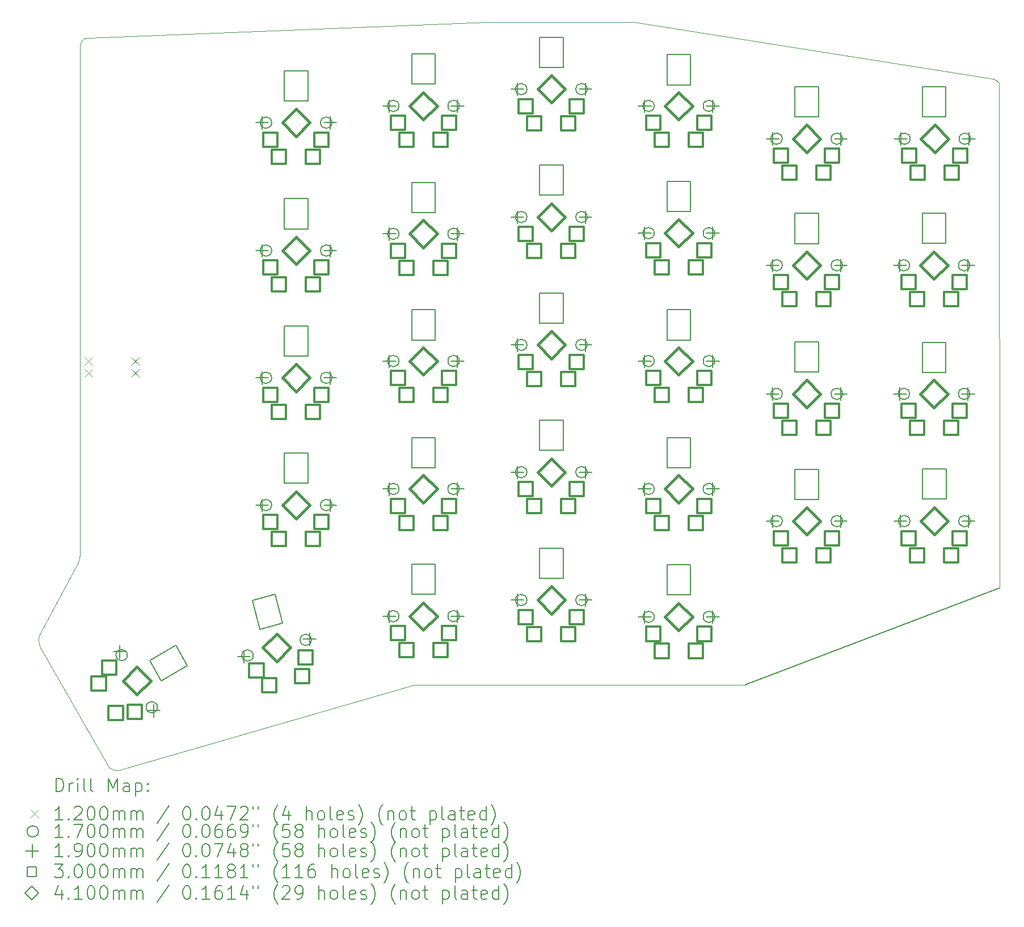
<source format=gbr>
%TF.GenerationSoftware,KiCad,Pcbnew,8.0.4*%
%TF.CreationDate,2024-08-04T16:10:17+05:30*%
%TF.ProjectId,SofleKeyboard,536f666c-654b-4657-9962-6f6172642e6b,rev?*%
%TF.SameCoordinates,Original*%
%TF.FileFunction,Drillmap*%
%TF.FilePolarity,Positive*%
%FSLAX45Y45*%
G04 Gerber Fmt 4.5, Leading zero omitted, Abs format (unit mm)*
G04 Created by KiCad (PCBNEW 8.0.4) date 2024-08-04 16:10:17*
%MOMM*%
%LPD*%
G01*
G04 APERTURE LIST*
%ADD10C,0.150000*%
%ADD11C,0.100000*%
%ADD12C,0.200000*%
%ADD13C,0.120000*%
%ADD14C,0.170000*%
%ADD15C,0.190000*%
%ADD16C,0.300000*%
%ADD17C,0.410000*%
G04 APERTURE END LIST*
D10*
X17934880Y-11603520D02*
X17934880Y-12053520D01*
X17935000Y-9705000D02*
X17935000Y-10155000D01*
X16035040Y-11353620D02*
X16035040Y-11803620D01*
X19495000Y-8275000D02*
X19845000Y-8275000D01*
X14125040Y-12044920D02*
X13775040Y-12044920D01*
X16035000Y-9893080D02*
X15685000Y-9893080D01*
X11875000Y-9935000D02*
X12225000Y-9935000D01*
X13775040Y-11594920D02*
X14125040Y-11594920D01*
X15685000Y-7545620D02*
X16035000Y-7545620D01*
X19495000Y-10175000D02*
X19845000Y-10175000D01*
X15685000Y-7995620D02*
X15685000Y-7545620D01*
X13775040Y-12044920D02*
X13775040Y-11594920D01*
X11875000Y-10385000D02*
X11875000Y-9935000D01*
X13775000Y-9705000D02*
X14125000Y-9705000D01*
X17585000Y-9705000D02*
X17935000Y-9705000D01*
X16035000Y-7545620D02*
X16035000Y-7995620D01*
X17934880Y-12053520D02*
X17584880Y-12053520D01*
X21750000Y-10172600D02*
X21750000Y-10622600D01*
X21400000Y-10622600D02*
X21400000Y-10172600D01*
X21750000Y-10622600D02*
X21400000Y-10622600D01*
X19845000Y-10625000D02*
X19495000Y-10625000D01*
X17584880Y-11603520D02*
X17934880Y-11603520D01*
X17584880Y-12053520D02*
X17584880Y-11603520D01*
X15685040Y-11353620D02*
X16035040Y-11353620D01*
X14125000Y-9705000D02*
X14125000Y-10155000D01*
X19845000Y-8725000D02*
X19495000Y-8725000D01*
X17585000Y-7795000D02*
X17935000Y-7795000D01*
X15685000Y-9443080D02*
X16035000Y-9443080D01*
X16035000Y-9443080D02*
X16035000Y-9893080D01*
X17935000Y-7795000D02*
X17935000Y-8245000D01*
X19495000Y-8725000D02*
X19495000Y-8275000D01*
X15685040Y-11803620D02*
X15685040Y-11353620D01*
X16035040Y-11803620D02*
X15685040Y-11803620D01*
X14125040Y-11594920D02*
X14125040Y-12044920D01*
X12225000Y-9935000D02*
X12225000Y-10385000D01*
X19845000Y-10175000D02*
X19845000Y-10625000D01*
X17585000Y-10155000D02*
X17585000Y-9705000D01*
X12225000Y-10385000D02*
X11875000Y-10385000D01*
X13775000Y-10155000D02*
X13775000Y-9705000D01*
X15685000Y-9893080D02*
X15685000Y-9443080D01*
X17585000Y-8245000D02*
X17585000Y-7795000D01*
X17935000Y-10155000D02*
X17585000Y-10155000D01*
X19845000Y-8275000D02*
X19845000Y-8725000D01*
X19495000Y-10625000D02*
X19495000Y-10175000D01*
X17935000Y-8245000D02*
X17585000Y-8245000D01*
X14125000Y-10155000D02*
X13775000Y-10155000D01*
D11*
X13815413Y-13400000D02*
X9390000Y-14675000D01*
D10*
X21745000Y-8278950D02*
X21745000Y-8728950D01*
D11*
X22502662Y-4369560D02*
X22516832Y-4383558D01*
D10*
X12225000Y-4675000D02*
X11875000Y-4675000D01*
X17585000Y-3985000D02*
X17935000Y-3985000D01*
X17935000Y-4435000D02*
X17585000Y-4435000D01*
X21395000Y-6352600D02*
X21745000Y-6352600D01*
X15685000Y-4173080D02*
X15685000Y-3723080D01*
D11*
X8919368Y-3734881D02*
X8942585Y-3732540D01*
X8897744Y-3741594D02*
X8919368Y-3734881D01*
X14900000Y-3500000D02*
X17095000Y-3500000D01*
D10*
X11875000Y-4225000D02*
X12225000Y-4225000D01*
X13775000Y-3974840D02*
X14125000Y-3974840D01*
X16035000Y-3723080D02*
X16035000Y-4173080D01*
X19495000Y-4915000D02*
X19495000Y-4465000D01*
X19845000Y-6805000D02*
X19495000Y-6805000D01*
X12225000Y-4225000D02*
X12225000Y-4675000D01*
X11875000Y-4675000D02*
X11875000Y-4225000D01*
X21395000Y-4915140D02*
X21395000Y-4465140D01*
X19495000Y-6355000D02*
X19845000Y-6355000D01*
X16035000Y-4173080D02*
X15685000Y-4173080D01*
X21395000Y-8278950D02*
X21745000Y-8278950D01*
X21400000Y-10172600D02*
X21750000Y-10172600D01*
X14125000Y-4424840D02*
X13775000Y-4424840D01*
X19845000Y-6355000D02*
X19845000Y-6805000D01*
X19845000Y-4915000D02*
X19495000Y-4915000D01*
D11*
X22486187Y-4358147D02*
X22502662Y-4369560D01*
D10*
X13775000Y-4424840D02*
X13775000Y-3974840D01*
X21395000Y-4465140D02*
X21745000Y-4465140D01*
D11*
X22516832Y-4383558D02*
X22528388Y-4399781D01*
D10*
X17935000Y-3985000D02*
X17935000Y-4435000D01*
X19845000Y-4465000D02*
X19845000Y-4915000D01*
X21745000Y-4465140D02*
X21745000Y-4915140D01*
X21395000Y-6802600D02*
X21395000Y-6352600D01*
X19495000Y-4465000D02*
X19845000Y-4465000D01*
X21745000Y-6352600D02*
X21745000Y-6802600D01*
D11*
X8827526Y-11440000D02*
X8827386Y-3847743D01*
D10*
X17585000Y-4435000D02*
X17585000Y-3985000D01*
X21745000Y-4915140D02*
X21395000Y-4915140D01*
X19495000Y-6805000D02*
X19495000Y-6355000D01*
X21745000Y-8728950D02*
X21395000Y-8728950D01*
X21745000Y-6802600D02*
X21395000Y-6802600D01*
X14125000Y-3974840D02*
X14125000Y-4424840D01*
X21395000Y-8728950D02*
X21395000Y-8278950D01*
X15685000Y-3723080D02*
X16035000Y-3723080D01*
X13775000Y-8245000D02*
X13775000Y-7795000D01*
X11875000Y-8035000D02*
X12225000Y-8035000D01*
X17935000Y-5874840D02*
X17935000Y-6324840D01*
X16035000Y-6083080D02*
X15685000Y-6083080D01*
X11875000Y-8485000D02*
X11875000Y-8035000D01*
X11875000Y-6585000D02*
X11875000Y-6135000D01*
X17585000Y-5874840D02*
X17935000Y-5874840D01*
X13775000Y-6345000D02*
X13775000Y-5895000D01*
X12225000Y-8485000D02*
X11875000Y-8485000D01*
X14125000Y-6345000D02*
X13775000Y-6345000D01*
X12225000Y-8035000D02*
X12225000Y-8485000D01*
X11875000Y-6135000D02*
X12225000Y-6135000D01*
X15685000Y-5633080D02*
X16035000Y-5633080D01*
X15685000Y-6083080D02*
X15685000Y-5633080D01*
X12225000Y-6135000D02*
X12225000Y-6585000D01*
X14125000Y-5895000D02*
X14125000Y-6345000D01*
X16035000Y-7995620D02*
X15685000Y-7995620D01*
X14125000Y-8245000D02*
X13775000Y-8245000D01*
X12225000Y-6585000D02*
X11875000Y-6585000D01*
X16035000Y-5633080D02*
X16035000Y-6083080D01*
X13775000Y-5895000D02*
X14125000Y-5895000D01*
X13775000Y-7795000D02*
X14125000Y-7795000D01*
X14125000Y-7795000D02*
X14125000Y-8245000D01*
X11395229Y-12133200D02*
X11733303Y-12042613D01*
X22547018Y-11950000D02*
X18750000Y-13400000D01*
D11*
X9290000Y-14650000D02*
X9335000Y-14665000D01*
D10*
X10251640Y-12804860D02*
X10426640Y-13107969D01*
X10036929Y-13332969D02*
X9861929Y-13029860D01*
D11*
X8215000Y-12790000D02*
X8210000Y-12730000D01*
X9335000Y-14665000D02*
X9390000Y-14675000D01*
D10*
X17585000Y-6324840D02*
X17585000Y-5874840D01*
D11*
X8820000Y-11505000D02*
X8800000Y-11565000D01*
D10*
X11733303Y-12042613D02*
X11849771Y-12477280D01*
X17935000Y-6324840D02*
X17585000Y-6324840D01*
D11*
X8210000Y-12730000D02*
X8210000Y-12690000D01*
D10*
X11511697Y-12567867D02*
X11395229Y-12133200D01*
D11*
X8210000Y-12690000D02*
X8220000Y-12640000D01*
X8230000Y-12840000D02*
X8215000Y-12790000D01*
X8827526Y-11440000D02*
X8820000Y-11505000D01*
X14900000Y-3500000D02*
X8942585Y-3732540D01*
X13815413Y-13400000D02*
X18750000Y-13400000D01*
X9255000Y-14620000D02*
X9290000Y-14650000D01*
D10*
X9861929Y-13029860D02*
X10251640Y-12804860D01*
X11849771Y-12477280D02*
X11511697Y-12567867D01*
X10426640Y-13107969D02*
X10036929Y-13332969D01*
D11*
X8847059Y-3783333D02*
X8861126Y-3766283D01*
X22447544Y-4344515D02*
X22467711Y-4349678D01*
X22467711Y-4349678D02*
X22486187Y-4358147D01*
X8827386Y-3847743D02*
X8829726Y-3824526D01*
X8836438Y-3802901D02*
X8847059Y-3783333D01*
X8220000Y-12640000D02*
X8800000Y-11565000D01*
X22537028Y-4417867D02*
X22542438Y-4437457D01*
X8878175Y-3752216D02*
X8897744Y-3741594D01*
X22542438Y-4437457D02*
X22544318Y-4458190D01*
X8861126Y-3766283D02*
X8878175Y-3752216D01*
X22544318Y-4458190D02*
X22547018Y-11950000D01*
X8829726Y-3824526D02*
X8836438Y-3802901D01*
X17095000Y-3500000D02*
X22447544Y-4344515D01*
X9255000Y-14620000D02*
X8230000Y-12840000D01*
X22528388Y-4399781D02*
X22537028Y-4417867D01*
D12*
D13*
X8890000Y-8505000D02*
X9010000Y-8625000D01*
X9010000Y-8505000D02*
X8890000Y-8625000D01*
X8890000Y-8680000D02*
X9010000Y-8800000D01*
X9010000Y-8680000D02*
X8890000Y-8800000D01*
X9590000Y-8505000D02*
X9710000Y-8625000D01*
X9710000Y-8505000D02*
X9590000Y-8625000D01*
X9590000Y-8680000D02*
X9710000Y-8800000D01*
X9710000Y-8680000D02*
X9590000Y-8800000D01*
D14*
X9531000Y-12950289D02*
G75*
G02*
X9361000Y-12950289I-85000J0D01*
G01*
X9361000Y-12950289D02*
G75*
G02*
X9531000Y-12950289I85000J0D01*
G01*
X9981000Y-13729711D02*
G75*
G02*
X9811000Y-13729711I-85000J0D01*
G01*
X9811000Y-13729711D02*
G75*
G02*
X9981000Y-13729711I85000J0D01*
G01*
X11410333Y-12956469D02*
G75*
G02*
X11240333Y-12956469I-85000J0D01*
G01*
X11240333Y-12956469D02*
G75*
G02*
X11410333Y-12956469I85000J0D01*
G01*
X11685000Y-5000000D02*
G75*
G02*
X11515000Y-5000000I-85000J0D01*
G01*
X11515000Y-5000000D02*
G75*
G02*
X11685000Y-5000000I85000J0D01*
G01*
X11685000Y-6910000D02*
G75*
G02*
X11515000Y-6910000I-85000J0D01*
G01*
X11515000Y-6910000D02*
G75*
G02*
X11685000Y-6910000I85000J0D01*
G01*
X11685000Y-8810000D02*
G75*
G02*
X11515000Y-8810000I-85000J0D01*
G01*
X11515000Y-8810000D02*
G75*
G02*
X11685000Y-8810000I85000J0D01*
G01*
X11685000Y-10710000D02*
G75*
G02*
X11515000Y-10710000I-85000J0D01*
G01*
X11515000Y-10710000D02*
G75*
G02*
X11685000Y-10710000I85000J0D01*
G01*
X12279667Y-12723531D02*
G75*
G02*
X12109667Y-12723531I-85000J0D01*
G01*
X12109667Y-12723531D02*
G75*
G02*
X12279667Y-12723531I85000J0D01*
G01*
X12585000Y-5000000D02*
G75*
G02*
X12415000Y-5000000I-85000J0D01*
G01*
X12415000Y-5000000D02*
G75*
G02*
X12585000Y-5000000I85000J0D01*
G01*
X12585000Y-6910000D02*
G75*
G02*
X12415000Y-6910000I-85000J0D01*
G01*
X12415000Y-6910000D02*
G75*
G02*
X12585000Y-6910000I85000J0D01*
G01*
X12585000Y-8810000D02*
G75*
G02*
X12415000Y-8810000I-85000J0D01*
G01*
X12415000Y-8810000D02*
G75*
G02*
X12585000Y-8810000I85000J0D01*
G01*
X12585000Y-10710000D02*
G75*
G02*
X12415000Y-10710000I-85000J0D01*
G01*
X12415000Y-10710000D02*
G75*
G02*
X12585000Y-10710000I85000J0D01*
G01*
X13585000Y-4750000D02*
G75*
G02*
X13415000Y-4750000I-85000J0D01*
G01*
X13415000Y-4750000D02*
G75*
G02*
X13585000Y-4750000I85000J0D01*
G01*
X13585000Y-6660000D02*
G75*
G02*
X13415000Y-6660000I-85000J0D01*
G01*
X13415000Y-6660000D02*
G75*
G02*
X13585000Y-6660000I85000J0D01*
G01*
X13585000Y-8560000D02*
G75*
G02*
X13415000Y-8560000I-85000J0D01*
G01*
X13415000Y-8560000D02*
G75*
G02*
X13585000Y-8560000I85000J0D01*
G01*
X13585000Y-10470000D02*
G75*
G02*
X13415000Y-10470000I-85000J0D01*
G01*
X13415000Y-10470000D02*
G75*
G02*
X13585000Y-10470000I85000J0D01*
G01*
X13585000Y-12370000D02*
G75*
G02*
X13415000Y-12370000I-85000J0D01*
G01*
X13415000Y-12370000D02*
G75*
G02*
X13585000Y-12370000I85000J0D01*
G01*
X14485000Y-4750000D02*
G75*
G02*
X14315000Y-4750000I-85000J0D01*
G01*
X14315000Y-4750000D02*
G75*
G02*
X14485000Y-4750000I85000J0D01*
G01*
X14485000Y-6660000D02*
G75*
G02*
X14315000Y-6660000I-85000J0D01*
G01*
X14315000Y-6660000D02*
G75*
G02*
X14485000Y-6660000I85000J0D01*
G01*
X14485000Y-8560000D02*
G75*
G02*
X14315000Y-8560000I-85000J0D01*
G01*
X14315000Y-8560000D02*
G75*
G02*
X14485000Y-8560000I85000J0D01*
G01*
X14485000Y-10470000D02*
G75*
G02*
X14315000Y-10470000I-85000J0D01*
G01*
X14315000Y-10470000D02*
G75*
G02*
X14485000Y-10470000I85000J0D01*
G01*
X14485000Y-12370000D02*
G75*
G02*
X14315000Y-12370000I-85000J0D01*
G01*
X14315000Y-12370000D02*
G75*
G02*
X14485000Y-12370000I85000J0D01*
G01*
X15495000Y-4500000D02*
G75*
G02*
X15325000Y-4500000I-85000J0D01*
G01*
X15325000Y-4500000D02*
G75*
G02*
X15495000Y-4500000I85000J0D01*
G01*
X15495000Y-6409000D02*
G75*
G02*
X15325000Y-6409000I-85000J0D01*
G01*
X15325000Y-6409000D02*
G75*
G02*
X15495000Y-6409000I85000J0D01*
G01*
X15495000Y-8319000D02*
G75*
G02*
X15325000Y-8319000I-85000J0D01*
G01*
X15325000Y-8319000D02*
G75*
G02*
X15495000Y-8319000I85000J0D01*
G01*
X15495000Y-10219000D02*
G75*
G02*
X15325000Y-10219000I-85000J0D01*
G01*
X15325000Y-10219000D02*
G75*
G02*
X15495000Y-10219000I85000J0D01*
G01*
X15495000Y-12129000D02*
G75*
G02*
X15325000Y-12129000I-85000J0D01*
G01*
X15325000Y-12129000D02*
G75*
G02*
X15495000Y-12129000I85000J0D01*
G01*
X16395000Y-4500000D02*
G75*
G02*
X16225000Y-4500000I-85000J0D01*
G01*
X16225000Y-4500000D02*
G75*
G02*
X16395000Y-4500000I85000J0D01*
G01*
X16395000Y-6409000D02*
G75*
G02*
X16225000Y-6409000I-85000J0D01*
G01*
X16225000Y-6409000D02*
G75*
G02*
X16395000Y-6409000I85000J0D01*
G01*
X16395000Y-8319000D02*
G75*
G02*
X16225000Y-8319000I-85000J0D01*
G01*
X16225000Y-8319000D02*
G75*
G02*
X16395000Y-8319000I85000J0D01*
G01*
X16395000Y-10219000D02*
G75*
G02*
X16225000Y-10219000I-85000J0D01*
G01*
X16225000Y-10219000D02*
G75*
G02*
X16395000Y-10219000I85000J0D01*
G01*
X16395000Y-12129000D02*
G75*
G02*
X16225000Y-12129000I-85000J0D01*
G01*
X16225000Y-12129000D02*
G75*
G02*
X16395000Y-12129000I85000J0D01*
G01*
X17395000Y-4750000D02*
G75*
G02*
X17225000Y-4750000I-85000J0D01*
G01*
X17225000Y-4750000D02*
G75*
G02*
X17395000Y-4750000I85000J0D01*
G01*
X17395000Y-6650000D02*
G75*
G02*
X17225000Y-6650000I-85000J0D01*
G01*
X17225000Y-6650000D02*
G75*
G02*
X17395000Y-6650000I85000J0D01*
G01*
X17395000Y-8560000D02*
G75*
G02*
X17225000Y-8560000I-85000J0D01*
G01*
X17225000Y-8560000D02*
G75*
G02*
X17395000Y-8560000I85000J0D01*
G01*
X17395000Y-10470000D02*
G75*
G02*
X17225000Y-10470000I-85000J0D01*
G01*
X17225000Y-10470000D02*
G75*
G02*
X17395000Y-10470000I85000J0D01*
G01*
X17395000Y-12380000D02*
G75*
G02*
X17225000Y-12380000I-85000J0D01*
G01*
X17225000Y-12380000D02*
G75*
G02*
X17395000Y-12380000I85000J0D01*
G01*
X18295000Y-4750000D02*
G75*
G02*
X18125000Y-4750000I-85000J0D01*
G01*
X18125000Y-4750000D02*
G75*
G02*
X18295000Y-4750000I85000J0D01*
G01*
X18295000Y-6650000D02*
G75*
G02*
X18125000Y-6650000I-85000J0D01*
G01*
X18125000Y-6650000D02*
G75*
G02*
X18295000Y-6650000I85000J0D01*
G01*
X18295000Y-8560000D02*
G75*
G02*
X18125000Y-8560000I-85000J0D01*
G01*
X18125000Y-8560000D02*
G75*
G02*
X18295000Y-8560000I85000J0D01*
G01*
X18295000Y-10470000D02*
G75*
G02*
X18125000Y-10470000I-85000J0D01*
G01*
X18125000Y-10470000D02*
G75*
G02*
X18295000Y-10470000I85000J0D01*
G01*
X18295000Y-12380000D02*
G75*
G02*
X18125000Y-12380000I-85000J0D01*
G01*
X18125000Y-12380000D02*
G75*
G02*
X18295000Y-12380000I85000J0D01*
G01*
X19305000Y-5240000D02*
G75*
G02*
X19135000Y-5240000I-85000J0D01*
G01*
X19135000Y-5240000D02*
G75*
G02*
X19305000Y-5240000I85000J0D01*
G01*
X19305000Y-7130000D02*
G75*
G02*
X19135000Y-7130000I-85000J0D01*
G01*
X19135000Y-7130000D02*
G75*
G02*
X19305000Y-7130000I85000J0D01*
G01*
X19305000Y-9050000D02*
G75*
G02*
X19135000Y-9050000I-85000J0D01*
G01*
X19135000Y-9050000D02*
G75*
G02*
X19305000Y-9050000I85000J0D01*
G01*
X19305000Y-10950000D02*
G75*
G02*
X19135000Y-10950000I-85000J0D01*
G01*
X19135000Y-10950000D02*
G75*
G02*
X19305000Y-10950000I85000J0D01*
G01*
X20205000Y-5240000D02*
G75*
G02*
X20035000Y-5240000I-85000J0D01*
G01*
X20035000Y-5240000D02*
G75*
G02*
X20205000Y-5240000I85000J0D01*
G01*
X20205000Y-7130000D02*
G75*
G02*
X20035000Y-7130000I-85000J0D01*
G01*
X20035000Y-7130000D02*
G75*
G02*
X20205000Y-7130000I85000J0D01*
G01*
X20205000Y-9050000D02*
G75*
G02*
X20035000Y-9050000I-85000J0D01*
G01*
X20035000Y-9050000D02*
G75*
G02*
X20205000Y-9050000I85000J0D01*
G01*
X20205000Y-10950000D02*
G75*
G02*
X20035000Y-10950000I-85000J0D01*
G01*
X20035000Y-10950000D02*
G75*
G02*
X20205000Y-10950000I85000J0D01*
G01*
X21205000Y-7130000D02*
G75*
G02*
X21035000Y-7130000I-85000J0D01*
G01*
X21035000Y-7130000D02*
G75*
G02*
X21205000Y-7130000I85000J0D01*
G01*
X21205000Y-9050000D02*
G75*
G02*
X21035000Y-9050000I-85000J0D01*
G01*
X21035000Y-9050000D02*
G75*
G02*
X21205000Y-9050000I85000J0D01*
G01*
X21210000Y-10950000D02*
G75*
G02*
X21040000Y-10950000I-85000J0D01*
G01*
X21040000Y-10950000D02*
G75*
G02*
X21210000Y-10950000I85000J0D01*
G01*
X21215000Y-5240000D02*
G75*
G02*
X21045000Y-5240000I-85000J0D01*
G01*
X21045000Y-5240000D02*
G75*
G02*
X21215000Y-5240000I85000J0D01*
G01*
X22105000Y-7130000D02*
G75*
G02*
X21935000Y-7130000I-85000J0D01*
G01*
X21935000Y-7130000D02*
G75*
G02*
X22105000Y-7130000I85000J0D01*
G01*
X22105000Y-9050000D02*
G75*
G02*
X21935000Y-9050000I-85000J0D01*
G01*
X21935000Y-9050000D02*
G75*
G02*
X22105000Y-9050000I85000J0D01*
G01*
X22110000Y-10950000D02*
G75*
G02*
X21940000Y-10950000I-85000J0D01*
G01*
X21940000Y-10950000D02*
G75*
G02*
X22110000Y-10950000I85000J0D01*
G01*
X22115000Y-5240000D02*
G75*
G02*
X21945000Y-5240000I-85000J0D01*
G01*
X21945000Y-5240000D02*
G75*
G02*
X22115000Y-5240000I85000J0D01*
G01*
D15*
X9417000Y-12805059D02*
X9417000Y-12995059D01*
X9322000Y-12900059D02*
X9512000Y-12900059D01*
X9925000Y-13684941D02*
X9925000Y-13874941D01*
X9830000Y-13779941D02*
X10020000Y-13779941D01*
X11269310Y-12876480D02*
X11269310Y-13066480D01*
X11174310Y-12971480D02*
X11364310Y-12971480D01*
X11542000Y-4905000D02*
X11542000Y-5095000D01*
X11447000Y-5000000D02*
X11637000Y-5000000D01*
X11542000Y-6815000D02*
X11542000Y-7005000D01*
X11447000Y-6910000D02*
X11637000Y-6910000D01*
X11542000Y-8715000D02*
X11542000Y-8905000D01*
X11447000Y-8810000D02*
X11637000Y-8810000D01*
X11542000Y-10615000D02*
X11542000Y-10805000D01*
X11447000Y-10710000D02*
X11637000Y-10710000D01*
X12250690Y-12613520D02*
X12250690Y-12803520D01*
X12155690Y-12708520D02*
X12345690Y-12708520D01*
X12558000Y-4905000D02*
X12558000Y-5095000D01*
X12463000Y-5000000D02*
X12653000Y-5000000D01*
X12558000Y-6815000D02*
X12558000Y-7005000D01*
X12463000Y-6910000D02*
X12653000Y-6910000D01*
X12558000Y-8715000D02*
X12558000Y-8905000D01*
X12463000Y-8810000D02*
X12653000Y-8810000D01*
X12558000Y-10615000D02*
X12558000Y-10805000D01*
X12463000Y-10710000D02*
X12653000Y-10710000D01*
X13442000Y-4655000D02*
X13442000Y-4845000D01*
X13347000Y-4750000D02*
X13537000Y-4750000D01*
X13442000Y-6565000D02*
X13442000Y-6755000D01*
X13347000Y-6660000D02*
X13537000Y-6660000D01*
X13442000Y-8465000D02*
X13442000Y-8655000D01*
X13347000Y-8560000D02*
X13537000Y-8560000D01*
X13442000Y-10375000D02*
X13442000Y-10565000D01*
X13347000Y-10470000D02*
X13537000Y-10470000D01*
X13442000Y-12275000D02*
X13442000Y-12465000D01*
X13347000Y-12370000D02*
X13537000Y-12370000D01*
X14458000Y-4655000D02*
X14458000Y-4845000D01*
X14363000Y-4750000D02*
X14553000Y-4750000D01*
X14458000Y-6565000D02*
X14458000Y-6755000D01*
X14363000Y-6660000D02*
X14553000Y-6660000D01*
X14458000Y-8465000D02*
X14458000Y-8655000D01*
X14363000Y-8560000D02*
X14553000Y-8560000D01*
X14458000Y-10375000D02*
X14458000Y-10565000D01*
X14363000Y-10470000D02*
X14553000Y-10470000D01*
X14458000Y-12275000D02*
X14458000Y-12465000D01*
X14363000Y-12370000D02*
X14553000Y-12370000D01*
X15352000Y-4405000D02*
X15352000Y-4595000D01*
X15257000Y-4500000D02*
X15447000Y-4500000D01*
X15352000Y-6314000D02*
X15352000Y-6504000D01*
X15257000Y-6409000D02*
X15447000Y-6409000D01*
X15352000Y-8224000D02*
X15352000Y-8414000D01*
X15257000Y-8319000D02*
X15447000Y-8319000D01*
X15352000Y-10124000D02*
X15352000Y-10314000D01*
X15257000Y-10219000D02*
X15447000Y-10219000D01*
X15352000Y-12034000D02*
X15352000Y-12224000D01*
X15257000Y-12129000D02*
X15447000Y-12129000D01*
X16368000Y-4405000D02*
X16368000Y-4595000D01*
X16273000Y-4500000D02*
X16463000Y-4500000D01*
X16368000Y-6314000D02*
X16368000Y-6504000D01*
X16273000Y-6409000D02*
X16463000Y-6409000D01*
X16368000Y-8224000D02*
X16368000Y-8414000D01*
X16273000Y-8319000D02*
X16463000Y-8319000D01*
X16368000Y-10124000D02*
X16368000Y-10314000D01*
X16273000Y-10219000D02*
X16463000Y-10219000D01*
X16368000Y-12034000D02*
X16368000Y-12224000D01*
X16273000Y-12129000D02*
X16463000Y-12129000D01*
X17252000Y-4655000D02*
X17252000Y-4845000D01*
X17157000Y-4750000D02*
X17347000Y-4750000D01*
X17252000Y-6555000D02*
X17252000Y-6745000D01*
X17157000Y-6650000D02*
X17347000Y-6650000D01*
X17252000Y-8465000D02*
X17252000Y-8655000D01*
X17157000Y-8560000D02*
X17347000Y-8560000D01*
X17252000Y-10375000D02*
X17252000Y-10565000D01*
X17157000Y-10470000D02*
X17347000Y-10470000D01*
X17252000Y-12285000D02*
X17252000Y-12475000D01*
X17157000Y-12380000D02*
X17347000Y-12380000D01*
X18268000Y-4655000D02*
X18268000Y-4845000D01*
X18173000Y-4750000D02*
X18363000Y-4750000D01*
X18268000Y-6555000D02*
X18268000Y-6745000D01*
X18173000Y-6650000D02*
X18363000Y-6650000D01*
X18268000Y-8465000D02*
X18268000Y-8655000D01*
X18173000Y-8560000D02*
X18363000Y-8560000D01*
X18268000Y-10375000D02*
X18268000Y-10565000D01*
X18173000Y-10470000D02*
X18363000Y-10470000D01*
X18268000Y-12285000D02*
X18268000Y-12475000D01*
X18173000Y-12380000D02*
X18363000Y-12380000D01*
X19162000Y-5145000D02*
X19162000Y-5335000D01*
X19067000Y-5240000D02*
X19257000Y-5240000D01*
X19162000Y-7035000D02*
X19162000Y-7225000D01*
X19067000Y-7130000D02*
X19257000Y-7130000D01*
X19162000Y-8955000D02*
X19162000Y-9145000D01*
X19067000Y-9050000D02*
X19257000Y-9050000D01*
X19162000Y-10855000D02*
X19162000Y-11045000D01*
X19067000Y-10950000D02*
X19257000Y-10950000D01*
X20178000Y-5145000D02*
X20178000Y-5335000D01*
X20083000Y-5240000D02*
X20273000Y-5240000D01*
X20178000Y-7035000D02*
X20178000Y-7225000D01*
X20083000Y-7130000D02*
X20273000Y-7130000D01*
X20178000Y-8955000D02*
X20178000Y-9145000D01*
X20083000Y-9050000D02*
X20273000Y-9050000D01*
X20178000Y-10855000D02*
X20178000Y-11045000D01*
X20083000Y-10950000D02*
X20273000Y-10950000D01*
X21062000Y-7035000D02*
X21062000Y-7225000D01*
X20967000Y-7130000D02*
X21157000Y-7130000D01*
X21062000Y-8955000D02*
X21062000Y-9145000D01*
X20967000Y-9050000D02*
X21157000Y-9050000D01*
X21067000Y-10855000D02*
X21067000Y-11045000D01*
X20972000Y-10950000D02*
X21162000Y-10950000D01*
X21072000Y-5145000D02*
X21072000Y-5335000D01*
X20977000Y-5240000D02*
X21167000Y-5240000D01*
X22078000Y-7035000D02*
X22078000Y-7225000D01*
X21983000Y-7130000D02*
X22173000Y-7130000D01*
X22078000Y-8955000D02*
X22078000Y-9145000D01*
X21983000Y-9050000D02*
X22173000Y-9050000D01*
X22083000Y-10855000D02*
X22083000Y-11045000D01*
X21988000Y-10950000D02*
X22178000Y-10950000D01*
X22088000Y-5145000D02*
X22088000Y-5335000D01*
X21993000Y-5240000D02*
X22183000Y-5240000D01*
D16*
X9210126Y-13480096D02*
X9210126Y-13267962D01*
X8997992Y-13267962D01*
X8997992Y-13480096D01*
X9210126Y-13480096D01*
X9366597Y-13243111D02*
X9366597Y-13030977D01*
X9154463Y-13030977D01*
X9154463Y-13243111D01*
X9366597Y-13243111D01*
X9464126Y-13920037D02*
X9464126Y-13707903D01*
X9251992Y-13707903D01*
X9251992Y-13920037D01*
X9464126Y-13920037D01*
X9747597Y-13903023D02*
X9747597Y-13690889D01*
X9535463Y-13690889D01*
X9535463Y-13903023D01*
X9747597Y-13903023D01*
X11563789Y-13290022D02*
X11563789Y-13077888D01*
X11351655Y-13077888D01*
X11351655Y-13290022D01*
X11563789Y-13290022D01*
X11752202Y-13502497D02*
X11752202Y-13290363D01*
X11540068Y-13290363D01*
X11540068Y-13502497D01*
X11752202Y-13502497D01*
X11775067Y-5360067D02*
X11775067Y-5147933D01*
X11562933Y-5147933D01*
X11562933Y-5360067D01*
X11775067Y-5360067D01*
X11775067Y-7270067D02*
X11775067Y-7057933D01*
X11562933Y-7057933D01*
X11562933Y-7270067D01*
X11775067Y-7270067D01*
X11775067Y-9170067D02*
X11775067Y-8957933D01*
X11562933Y-8957933D01*
X11562933Y-9170067D01*
X11775067Y-9170067D01*
X11775067Y-11070067D02*
X11775067Y-10857933D01*
X11562933Y-10857933D01*
X11562933Y-11070067D01*
X11775067Y-11070067D01*
X11902067Y-5614067D02*
X11902067Y-5401933D01*
X11689933Y-5401933D01*
X11689933Y-5614067D01*
X11902067Y-5614067D01*
X11902067Y-7524067D02*
X11902067Y-7311933D01*
X11689933Y-7311933D01*
X11689933Y-7524067D01*
X11902067Y-7524067D01*
X11902067Y-9424067D02*
X11902067Y-9211933D01*
X11689933Y-9211933D01*
X11689933Y-9424067D01*
X11902067Y-9424067D01*
X11902067Y-11324067D02*
X11902067Y-11111933D01*
X11689933Y-11111933D01*
X11689933Y-11324067D01*
X11902067Y-11324067D01*
X12242892Y-13371017D02*
X12242892Y-13158883D01*
X12030758Y-13158883D01*
X12030758Y-13371017D01*
X12242892Y-13371017D01*
X12299825Y-13092802D02*
X12299825Y-12880668D01*
X12087691Y-12880668D01*
X12087691Y-13092802D01*
X12299825Y-13092802D01*
X12410067Y-5614067D02*
X12410067Y-5401933D01*
X12197933Y-5401933D01*
X12197933Y-5614067D01*
X12410067Y-5614067D01*
X12410067Y-7524067D02*
X12410067Y-7311933D01*
X12197933Y-7311933D01*
X12197933Y-7524067D01*
X12410067Y-7524067D01*
X12410067Y-9424067D02*
X12410067Y-9211933D01*
X12197933Y-9211933D01*
X12197933Y-9424067D01*
X12410067Y-9424067D01*
X12410067Y-11324067D02*
X12410067Y-11111933D01*
X12197933Y-11111933D01*
X12197933Y-11324067D01*
X12410067Y-11324067D01*
X12537067Y-5360067D02*
X12537067Y-5147933D01*
X12324933Y-5147933D01*
X12324933Y-5360067D01*
X12537067Y-5360067D01*
X12537067Y-7270067D02*
X12537067Y-7057933D01*
X12324933Y-7057933D01*
X12324933Y-7270067D01*
X12537067Y-7270067D01*
X12537067Y-9170067D02*
X12537067Y-8957933D01*
X12324933Y-8957933D01*
X12324933Y-9170067D01*
X12537067Y-9170067D01*
X12537067Y-11070067D02*
X12537067Y-10857933D01*
X12324933Y-10857933D01*
X12324933Y-11070067D01*
X12537067Y-11070067D01*
X13675067Y-5110067D02*
X13675067Y-4897933D01*
X13462933Y-4897933D01*
X13462933Y-5110067D01*
X13675067Y-5110067D01*
X13675067Y-7020067D02*
X13675067Y-6807933D01*
X13462933Y-6807933D01*
X13462933Y-7020067D01*
X13675067Y-7020067D01*
X13675067Y-8920067D02*
X13675067Y-8707933D01*
X13462933Y-8707933D01*
X13462933Y-8920067D01*
X13675067Y-8920067D01*
X13675067Y-10830067D02*
X13675067Y-10617933D01*
X13462933Y-10617933D01*
X13462933Y-10830067D01*
X13675067Y-10830067D01*
X13675067Y-12730067D02*
X13675067Y-12517933D01*
X13462933Y-12517933D01*
X13462933Y-12730067D01*
X13675067Y-12730067D01*
X13802067Y-5364067D02*
X13802067Y-5151933D01*
X13589933Y-5151933D01*
X13589933Y-5364067D01*
X13802067Y-5364067D01*
X13802067Y-7274067D02*
X13802067Y-7061933D01*
X13589933Y-7061933D01*
X13589933Y-7274067D01*
X13802067Y-7274067D01*
X13802067Y-9174067D02*
X13802067Y-8961933D01*
X13589933Y-8961933D01*
X13589933Y-9174067D01*
X13802067Y-9174067D01*
X13802067Y-11084067D02*
X13802067Y-10871933D01*
X13589933Y-10871933D01*
X13589933Y-11084067D01*
X13802067Y-11084067D01*
X13802067Y-12984067D02*
X13802067Y-12771933D01*
X13589933Y-12771933D01*
X13589933Y-12984067D01*
X13802067Y-12984067D01*
X14310067Y-5364067D02*
X14310067Y-5151933D01*
X14097933Y-5151933D01*
X14097933Y-5364067D01*
X14310067Y-5364067D01*
X14310067Y-7274067D02*
X14310067Y-7061933D01*
X14097933Y-7061933D01*
X14097933Y-7274067D01*
X14310067Y-7274067D01*
X14310067Y-9174067D02*
X14310067Y-8961933D01*
X14097933Y-8961933D01*
X14097933Y-9174067D01*
X14310067Y-9174067D01*
X14310067Y-11084067D02*
X14310067Y-10871933D01*
X14097933Y-10871933D01*
X14097933Y-11084067D01*
X14310067Y-11084067D01*
X14310067Y-12984067D02*
X14310067Y-12771933D01*
X14097933Y-12771933D01*
X14097933Y-12984067D01*
X14310067Y-12984067D01*
X14437067Y-5110067D02*
X14437067Y-4897933D01*
X14224933Y-4897933D01*
X14224933Y-5110067D01*
X14437067Y-5110067D01*
X14437067Y-7020067D02*
X14437067Y-6807933D01*
X14224933Y-6807933D01*
X14224933Y-7020067D01*
X14437067Y-7020067D01*
X14437067Y-8920067D02*
X14437067Y-8707933D01*
X14224933Y-8707933D01*
X14224933Y-8920067D01*
X14437067Y-8920067D01*
X14437067Y-10830067D02*
X14437067Y-10617933D01*
X14224933Y-10617933D01*
X14224933Y-10830067D01*
X14437067Y-10830067D01*
X14437067Y-12730067D02*
X14437067Y-12517933D01*
X14224933Y-12517933D01*
X14224933Y-12730067D01*
X14437067Y-12730067D01*
X15585067Y-4860067D02*
X15585067Y-4647933D01*
X15372933Y-4647933D01*
X15372933Y-4860067D01*
X15585067Y-4860067D01*
X15585067Y-6769067D02*
X15585067Y-6556933D01*
X15372933Y-6556933D01*
X15372933Y-6769067D01*
X15585067Y-6769067D01*
X15585067Y-8679067D02*
X15585067Y-8466933D01*
X15372933Y-8466933D01*
X15372933Y-8679067D01*
X15585067Y-8679067D01*
X15585067Y-10579067D02*
X15585067Y-10366933D01*
X15372933Y-10366933D01*
X15372933Y-10579067D01*
X15585067Y-10579067D01*
X15585067Y-12489067D02*
X15585067Y-12276933D01*
X15372933Y-12276933D01*
X15372933Y-12489067D01*
X15585067Y-12489067D01*
X15712067Y-5114067D02*
X15712067Y-4901933D01*
X15499933Y-4901933D01*
X15499933Y-5114067D01*
X15712067Y-5114067D01*
X15712067Y-7023067D02*
X15712067Y-6810933D01*
X15499933Y-6810933D01*
X15499933Y-7023067D01*
X15712067Y-7023067D01*
X15712067Y-8933067D02*
X15712067Y-8720933D01*
X15499933Y-8720933D01*
X15499933Y-8933067D01*
X15712067Y-8933067D01*
X15712067Y-10833067D02*
X15712067Y-10620933D01*
X15499933Y-10620933D01*
X15499933Y-10833067D01*
X15712067Y-10833067D01*
X15712067Y-12743067D02*
X15712067Y-12530933D01*
X15499933Y-12530933D01*
X15499933Y-12743067D01*
X15712067Y-12743067D01*
X16220067Y-5114067D02*
X16220067Y-4901933D01*
X16007933Y-4901933D01*
X16007933Y-5114067D01*
X16220067Y-5114067D01*
X16220067Y-7023067D02*
X16220067Y-6810933D01*
X16007933Y-6810933D01*
X16007933Y-7023067D01*
X16220067Y-7023067D01*
X16220067Y-8933067D02*
X16220067Y-8720933D01*
X16007933Y-8720933D01*
X16007933Y-8933067D01*
X16220067Y-8933067D01*
X16220067Y-10833067D02*
X16220067Y-10620933D01*
X16007933Y-10620933D01*
X16007933Y-10833067D01*
X16220067Y-10833067D01*
X16220067Y-12743067D02*
X16220067Y-12530933D01*
X16007933Y-12530933D01*
X16007933Y-12743067D01*
X16220067Y-12743067D01*
X16347067Y-4860067D02*
X16347067Y-4647933D01*
X16134933Y-4647933D01*
X16134933Y-4860067D01*
X16347067Y-4860067D01*
X16347067Y-6769067D02*
X16347067Y-6556933D01*
X16134933Y-6556933D01*
X16134933Y-6769067D01*
X16347067Y-6769067D01*
X16347067Y-8679067D02*
X16347067Y-8466933D01*
X16134933Y-8466933D01*
X16134933Y-8679067D01*
X16347067Y-8679067D01*
X16347067Y-10579067D02*
X16347067Y-10366933D01*
X16134933Y-10366933D01*
X16134933Y-10579067D01*
X16347067Y-10579067D01*
X16347067Y-12489067D02*
X16347067Y-12276933D01*
X16134933Y-12276933D01*
X16134933Y-12489067D01*
X16347067Y-12489067D01*
X17485067Y-5110067D02*
X17485067Y-4897933D01*
X17272933Y-4897933D01*
X17272933Y-5110067D01*
X17485067Y-5110067D01*
X17485067Y-7010067D02*
X17485067Y-6797933D01*
X17272933Y-6797933D01*
X17272933Y-7010067D01*
X17485067Y-7010067D01*
X17485067Y-8920067D02*
X17485067Y-8707933D01*
X17272933Y-8707933D01*
X17272933Y-8920067D01*
X17485067Y-8920067D01*
X17485067Y-10830067D02*
X17485067Y-10617933D01*
X17272933Y-10617933D01*
X17272933Y-10830067D01*
X17485067Y-10830067D01*
X17485067Y-12740067D02*
X17485067Y-12527933D01*
X17272933Y-12527933D01*
X17272933Y-12740067D01*
X17485067Y-12740067D01*
X17612067Y-5364067D02*
X17612067Y-5151933D01*
X17399933Y-5151933D01*
X17399933Y-5364067D01*
X17612067Y-5364067D01*
X17612067Y-7264067D02*
X17612067Y-7051933D01*
X17399933Y-7051933D01*
X17399933Y-7264067D01*
X17612067Y-7264067D01*
X17612067Y-9174067D02*
X17612067Y-8961933D01*
X17399933Y-8961933D01*
X17399933Y-9174067D01*
X17612067Y-9174067D01*
X17612067Y-11084067D02*
X17612067Y-10871933D01*
X17399933Y-10871933D01*
X17399933Y-11084067D01*
X17612067Y-11084067D01*
X17612067Y-12994067D02*
X17612067Y-12781933D01*
X17399933Y-12781933D01*
X17399933Y-12994067D01*
X17612067Y-12994067D01*
X18120067Y-5364067D02*
X18120067Y-5151933D01*
X17907933Y-5151933D01*
X17907933Y-5364067D01*
X18120067Y-5364067D01*
X18120067Y-7264067D02*
X18120067Y-7051933D01*
X17907933Y-7051933D01*
X17907933Y-7264067D01*
X18120067Y-7264067D01*
X18120067Y-9174067D02*
X18120067Y-8961933D01*
X17907933Y-8961933D01*
X17907933Y-9174067D01*
X18120067Y-9174067D01*
X18120067Y-11084067D02*
X18120067Y-10871933D01*
X17907933Y-10871933D01*
X17907933Y-11084067D01*
X18120067Y-11084067D01*
X18120067Y-12994067D02*
X18120067Y-12781933D01*
X17907933Y-12781933D01*
X17907933Y-12994067D01*
X18120067Y-12994067D01*
X18247067Y-5110067D02*
X18247067Y-4897933D01*
X18034933Y-4897933D01*
X18034933Y-5110067D01*
X18247067Y-5110067D01*
X18247067Y-7010067D02*
X18247067Y-6797933D01*
X18034933Y-6797933D01*
X18034933Y-7010067D01*
X18247067Y-7010067D01*
X18247067Y-8920067D02*
X18247067Y-8707933D01*
X18034933Y-8707933D01*
X18034933Y-8920067D01*
X18247067Y-8920067D01*
X18247067Y-10830067D02*
X18247067Y-10617933D01*
X18034933Y-10617933D01*
X18034933Y-10830067D01*
X18247067Y-10830067D01*
X18247067Y-12740067D02*
X18247067Y-12527933D01*
X18034933Y-12527933D01*
X18034933Y-12740067D01*
X18247067Y-12740067D01*
X19395067Y-5600067D02*
X19395067Y-5387933D01*
X19182933Y-5387933D01*
X19182933Y-5600067D01*
X19395067Y-5600067D01*
X19395067Y-7490067D02*
X19395067Y-7277933D01*
X19182933Y-7277933D01*
X19182933Y-7490067D01*
X19395067Y-7490067D01*
X19395067Y-9410067D02*
X19395067Y-9197933D01*
X19182933Y-9197933D01*
X19182933Y-9410067D01*
X19395067Y-9410067D01*
X19395067Y-11310067D02*
X19395067Y-11097933D01*
X19182933Y-11097933D01*
X19182933Y-11310067D01*
X19395067Y-11310067D01*
X19522067Y-5854067D02*
X19522067Y-5641933D01*
X19309933Y-5641933D01*
X19309933Y-5854067D01*
X19522067Y-5854067D01*
X19522067Y-7744067D02*
X19522067Y-7531933D01*
X19309933Y-7531933D01*
X19309933Y-7744067D01*
X19522067Y-7744067D01*
X19522067Y-9664067D02*
X19522067Y-9451933D01*
X19309933Y-9451933D01*
X19309933Y-9664067D01*
X19522067Y-9664067D01*
X19522067Y-11564067D02*
X19522067Y-11351933D01*
X19309933Y-11351933D01*
X19309933Y-11564067D01*
X19522067Y-11564067D01*
X20030067Y-5854067D02*
X20030067Y-5641933D01*
X19817933Y-5641933D01*
X19817933Y-5854067D01*
X20030067Y-5854067D01*
X20030067Y-7744067D02*
X20030067Y-7531933D01*
X19817933Y-7531933D01*
X19817933Y-7744067D01*
X20030067Y-7744067D01*
X20030067Y-9664067D02*
X20030067Y-9451933D01*
X19817933Y-9451933D01*
X19817933Y-9664067D01*
X20030067Y-9664067D01*
X20030067Y-11564067D02*
X20030067Y-11351933D01*
X19817933Y-11351933D01*
X19817933Y-11564067D01*
X20030067Y-11564067D01*
X20157067Y-5600067D02*
X20157067Y-5387933D01*
X19944933Y-5387933D01*
X19944933Y-5600067D01*
X20157067Y-5600067D01*
X20157067Y-7490067D02*
X20157067Y-7277933D01*
X19944933Y-7277933D01*
X19944933Y-7490067D01*
X20157067Y-7490067D01*
X20157067Y-9410067D02*
X20157067Y-9197933D01*
X19944933Y-9197933D01*
X19944933Y-9410067D01*
X20157067Y-9410067D01*
X20157067Y-11310067D02*
X20157067Y-11097933D01*
X19944933Y-11097933D01*
X19944933Y-11310067D01*
X20157067Y-11310067D01*
X21295067Y-7490067D02*
X21295067Y-7277933D01*
X21082933Y-7277933D01*
X21082933Y-7490067D01*
X21295067Y-7490067D01*
X21295067Y-9410067D02*
X21295067Y-9197933D01*
X21082933Y-9197933D01*
X21082933Y-9410067D01*
X21295067Y-9410067D01*
X21300067Y-11310067D02*
X21300067Y-11097933D01*
X21087933Y-11097933D01*
X21087933Y-11310067D01*
X21300067Y-11310067D01*
X21305067Y-5600067D02*
X21305067Y-5387933D01*
X21092933Y-5387933D01*
X21092933Y-5600067D01*
X21305067Y-5600067D01*
X21422067Y-7744067D02*
X21422067Y-7531933D01*
X21209933Y-7531933D01*
X21209933Y-7744067D01*
X21422067Y-7744067D01*
X21422067Y-9664067D02*
X21422067Y-9451933D01*
X21209933Y-9451933D01*
X21209933Y-9664067D01*
X21422067Y-9664067D01*
X21427067Y-11564067D02*
X21427067Y-11351933D01*
X21214933Y-11351933D01*
X21214933Y-11564067D01*
X21427067Y-11564067D01*
X21432067Y-5854067D02*
X21432067Y-5641933D01*
X21219933Y-5641933D01*
X21219933Y-5854067D01*
X21432067Y-5854067D01*
X21930067Y-7744067D02*
X21930067Y-7531933D01*
X21717933Y-7531933D01*
X21717933Y-7744067D01*
X21930067Y-7744067D01*
X21930067Y-9664067D02*
X21930067Y-9451933D01*
X21717933Y-9451933D01*
X21717933Y-9664067D01*
X21930067Y-9664067D01*
X21935067Y-11564067D02*
X21935067Y-11351933D01*
X21722933Y-11351933D01*
X21722933Y-11564067D01*
X21935067Y-11564067D01*
X21940067Y-5854067D02*
X21940067Y-5641933D01*
X21727933Y-5641933D01*
X21727933Y-5854067D01*
X21940067Y-5854067D01*
X22057067Y-7490067D02*
X22057067Y-7277933D01*
X21844933Y-7277933D01*
X21844933Y-7490067D01*
X22057067Y-7490067D01*
X22057067Y-9410067D02*
X22057067Y-9197933D01*
X21844933Y-9197933D01*
X21844933Y-9410067D01*
X22057067Y-9410067D01*
X22062067Y-11310067D02*
X22062067Y-11097933D01*
X21849933Y-11097933D01*
X21849933Y-11310067D01*
X22062067Y-11310067D01*
X22067067Y-5600067D02*
X22067067Y-5387933D01*
X21854933Y-5387933D01*
X21854933Y-5600067D01*
X22067067Y-5600067D01*
D17*
X9675000Y-13538000D02*
X9880000Y-13333000D01*
X9675000Y-13128000D01*
X9470000Y-13333000D01*
X9675000Y-13538000D01*
X11760000Y-13045000D02*
X11965000Y-12840000D01*
X11760000Y-12635000D01*
X11555000Y-12840000D01*
X11760000Y-13045000D01*
X12050000Y-5205000D02*
X12255000Y-5000000D01*
X12050000Y-4795000D01*
X11845000Y-5000000D01*
X12050000Y-5205000D01*
X12050000Y-7115000D02*
X12255000Y-6910000D01*
X12050000Y-6705000D01*
X11845000Y-6910000D01*
X12050000Y-7115000D01*
X12050000Y-9015000D02*
X12255000Y-8810000D01*
X12050000Y-8605000D01*
X11845000Y-8810000D01*
X12050000Y-9015000D01*
X12050000Y-10915000D02*
X12255000Y-10710000D01*
X12050000Y-10505000D01*
X11845000Y-10710000D01*
X12050000Y-10915000D01*
X13950000Y-4955000D02*
X14155000Y-4750000D01*
X13950000Y-4545000D01*
X13745000Y-4750000D01*
X13950000Y-4955000D01*
X13950000Y-6865000D02*
X14155000Y-6660000D01*
X13950000Y-6455000D01*
X13745000Y-6660000D01*
X13950000Y-6865000D01*
X13950000Y-8765000D02*
X14155000Y-8560000D01*
X13950000Y-8355000D01*
X13745000Y-8560000D01*
X13950000Y-8765000D01*
X13950000Y-10675000D02*
X14155000Y-10470000D01*
X13950000Y-10265000D01*
X13745000Y-10470000D01*
X13950000Y-10675000D01*
X13950000Y-12575000D02*
X14155000Y-12370000D01*
X13950000Y-12165000D01*
X13745000Y-12370000D01*
X13950000Y-12575000D01*
X15860000Y-4705000D02*
X16065000Y-4500000D01*
X15860000Y-4295000D01*
X15655000Y-4500000D01*
X15860000Y-4705000D01*
X15860000Y-6614000D02*
X16065000Y-6409000D01*
X15860000Y-6204000D01*
X15655000Y-6409000D01*
X15860000Y-6614000D01*
X15860000Y-8524000D02*
X16065000Y-8319000D01*
X15860000Y-8114000D01*
X15655000Y-8319000D01*
X15860000Y-8524000D01*
X15860000Y-10424000D02*
X16065000Y-10219000D01*
X15860000Y-10014000D01*
X15655000Y-10219000D01*
X15860000Y-10424000D01*
X15860000Y-12334000D02*
X16065000Y-12129000D01*
X15860000Y-11924000D01*
X15655000Y-12129000D01*
X15860000Y-12334000D01*
X17760000Y-4955000D02*
X17965000Y-4750000D01*
X17760000Y-4545000D01*
X17555000Y-4750000D01*
X17760000Y-4955000D01*
X17760000Y-6855000D02*
X17965000Y-6650000D01*
X17760000Y-6445000D01*
X17555000Y-6650000D01*
X17760000Y-6855000D01*
X17760000Y-8765000D02*
X17965000Y-8560000D01*
X17760000Y-8355000D01*
X17555000Y-8560000D01*
X17760000Y-8765000D01*
X17760000Y-10675000D02*
X17965000Y-10470000D01*
X17760000Y-10265000D01*
X17555000Y-10470000D01*
X17760000Y-10675000D01*
X17760000Y-12585000D02*
X17965000Y-12380000D01*
X17760000Y-12175000D01*
X17555000Y-12380000D01*
X17760000Y-12585000D01*
X19670000Y-5445000D02*
X19875000Y-5240000D01*
X19670000Y-5035000D01*
X19465000Y-5240000D01*
X19670000Y-5445000D01*
X19670000Y-7335000D02*
X19875000Y-7130000D01*
X19670000Y-6925000D01*
X19465000Y-7130000D01*
X19670000Y-7335000D01*
X19670000Y-9255000D02*
X19875000Y-9050000D01*
X19670000Y-8845000D01*
X19465000Y-9050000D01*
X19670000Y-9255000D01*
X19670000Y-11155000D02*
X19875000Y-10950000D01*
X19670000Y-10745000D01*
X19465000Y-10950000D01*
X19670000Y-11155000D01*
X21570000Y-7335000D02*
X21775000Y-7130000D01*
X21570000Y-6925000D01*
X21365000Y-7130000D01*
X21570000Y-7335000D01*
X21570000Y-9255000D02*
X21775000Y-9050000D01*
X21570000Y-8845000D01*
X21365000Y-9050000D01*
X21570000Y-9255000D01*
X21575000Y-11155000D02*
X21780000Y-10950000D01*
X21575000Y-10745000D01*
X21370000Y-10950000D01*
X21575000Y-11155000D01*
X21580000Y-5445000D02*
X21785000Y-5240000D01*
X21580000Y-5035000D01*
X21375000Y-5240000D01*
X21580000Y-5445000D01*
D12*
X8465777Y-14991484D02*
X8465777Y-14791484D01*
X8465777Y-14791484D02*
X8513396Y-14791484D01*
X8513396Y-14791484D02*
X8541967Y-14801008D01*
X8541967Y-14801008D02*
X8561015Y-14820055D01*
X8561015Y-14820055D02*
X8570539Y-14839103D01*
X8570539Y-14839103D02*
X8580063Y-14877198D01*
X8580063Y-14877198D02*
X8580063Y-14905769D01*
X8580063Y-14905769D02*
X8570539Y-14943865D01*
X8570539Y-14943865D02*
X8561015Y-14962912D01*
X8561015Y-14962912D02*
X8541967Y-14981960D01*
X8541967Y-14981960D02*
X8513396Y-14991484D01*
X8513396Y-14991484D02*
X8465777Y-14991484D01*
X8665777Y-14991484D02*
X8665777Y-14858150D01*
X8665777Y-14896246D02*
X8675301Y-14877198D01*
X8675301Y-14877198D02*
X8684824Y-14867674D01*
X8684824Y-14867674D02*
X8703872Y-14858150D01*
X8703872Y-14858150D02*
X8722920Y-14858150D01*
X8789586Y-14991484D02*
X8789586Y-14858150D01*
X8789586Y-14791484D02*
X8780063Y-14801008D01*
X8780063Y-14801008D02*
X8789586Y-14810531D01*
X8789586Y-14810531D02*
X8799110Y-14801008D01*
X8799110Y-14801008D02*
X8789586Y-14791484D01*
X8789586Y-14791484D02*
X8789586Y-14810531D01*
X8913396Y-14991484D02*
X8894348Y-14981960D01*
X8894348Y-14981960D02*
X8884824Y-14962912D01*
X8884824Y-14962912D02*
X8884824Y-14791484D01*
X9018158Y-14991484D02*
X8999110Y-14981960D01*
X8999110Y-14981960D02*
X8989586Y-14962912D01*
X8989586Y-14962912D02*
X8989586Y-14791484D01*
X9246729Y-14991484D02*
X9246729Y-14791484D01*
X9246729Y-14791484D02*
X9313396Y-14934341D01*
X9313396Y-14934341D02*
X9380063Y-14791484D01*
X9380063Y-14791484D02*
X9380063Y-14991484D01*
X9561015Y-14991484D02*
X9561015Y-14886722D01*
X9561015Y-14886722D02*
X9551491Y-14867674D01*
X9551491Y-14867674D02*
X9532444Y-14858150D01*
X9532444Y-14858150D02*
X9494348Y-14858150D01*
X9494348Y-14858150D02*
X9475301Y-14867674D01*
X9561015Y-14981960D02*
X9541967Y-14991484D01*
X9541967Y-14991484D02*
X9494348Y-14991484D01*
X9494348Y-14991484D02*
X9475301Y-14981960D01*
X9475301Y-14981960D02*
X9465777Y-14962912D01*
X9465777Y-14962912D02*
X9465777Y-14943865D01*
X9465777Y-14943865D02*
X9475301Y-14924817D01*
X9475301Y-14924817D02*
X9494348Y-14915293D01*
X9494348Y-14915293D02*
X9541967Y-14915293D01*
X9541967Y-14915293D02*
X9561015Y-14905769D01*
X9656253Y-14858150D02*
X9656253Y-15058150D01*
X9656253Y-14867674D02*
X9675301Y-14858150D01*
X9675301Y-14858150D02*
X9713396Y-14858150D01*
X9713396Y-14858150D02*
X9732444Y-14867674D01*
X9732444Y-14867674D02*
X9741967Y-14877198D01*
X9741967Y-14877198D02*
X9751491Y-14896246D01*
X9751491Y-14896246D02*
X9751491Y-14953388D01*
X9751491Y-14953388D02*
X9741967Y-14972436D01*
X9741967Y-14972436D02*
X9732444Y-14981960D01*
X9732444Y-14981960D02*
X9713396Y-14991484D01*
X9713396Y-14991484D02*
X9675301Y-14991484D01*
X9675301Y-14991484D02*
X9656253Y-14981960D01*
X9837205Y-14972436D02*
X9846729Y-14981960D01*
X9846729Y-14981960D02*
X9837205Y-14991484D01*
X9837205Y-14991484D02*
X9827682Y-14981960D01*
X9827682Y-14981960D02*
X9837205Y-14972436D01*
X9837205Y-14972436D02*
X9837205Y-14991484D01*
X9837205Y-14867674D02*
X9846729Y-14877198D01*
X9846729Y-14877198D02*
X9837205Y-14886722D01*
X9837205Y-14886722D02*
X9827682Y-14877198D01*
X9827682Y-14877198D02*
X9837205Y-14867674D01*
X9837205Y-14867674D02*
X9837205Y-14886722D01*
D13*
X8085000Y-15260000D02*
X8205000Y-15380000D01*
X8205000Y-15260000D02*
X8085000Y-15380000D01*
D12*
X8570539Y-15411484D02*
X8456253Y-15411484D01*
X8513396Y-15411484D02*
X8513396Y-15211484D01*
X8513396Y-15211484D02*
X8494348Y-15240055D01*
X8494348Y-15240055D02*
X8475301Y-15259103D01*
X8475301Y-15259103D02*
X8456253Y-15268627D01*
X8656253Y-15392436D02*
X8665777Y-15401960D01*
X8665777Y-15401960D02*
X8656253Y-15411484D01*
X8656253Y-15411484D02*
X8646729Y-15401960D01*
X8646729Y-15401960D02*
X8656253Y-15392436D01*
X8656253Y-15392436D02*
X8656253Y-15411484D01*
X8741967Y-15230531D02*
X8751491Y-15221008D01*
X8751491Y-15221008D02*
X8770539Y-15211484D01*
X8770539Y-15211484D02*
X8818158Y-15211484D01*
X8818158Y-15211484D02*
X8837205Y-15221008D01*
X8837205Y-15221008D02*
X8846729Y-15230531D01*
X8846729Y-15230531D02*
X8856253Y-15249579D01*
X8856253Y-15249579D02*
X8856253Y-15268627D01*
X8856253Y-15268627D02*
X8846729Y-15297198D01*
X8846729Y-15297198D02*
X8732444Y-15411484D01*
X8732444Y-15411484D02*
X8856253Y-15411484D01*
X8980063Y-15211484D02*
X8999110Y-15211484D01*
X8999110Y-15211484D02*
X9018158Y-15221008D01*
X9018158Y-15221008D02*
X9027682Y-15230531D01*
X9027682Y-15230531D02*
X9037205Y-15249579D01*
X9037205Y-15249579D02*
X9046729Y-15287674D01*
X9046729Y-15287674D02*
X9046729Y-15335293D01*
X9046729Y-15335293D02*
X9037205Y-15373388D01*
X9037205Y-15373388D02*
X9027682Y-15392436D01*
X9027682Y-15392436D02*
X9018158Y-15401960D01*
X9018158Y-15401960D02*
X8999110Y-15411484D01*
X8999110Y-15411484D02*
X8980063Y-15411484D01*
X8980063Y-15411484D02*
X8961015Y-15401960D01*
X8961015Y-15401960D02*
X8951491Y-15392436D01*
X8951491Y-15392436D02*
X8941967Y-15373388D01*
X8941967Y-15373388D02*
X8932444Y-15335293D01*
X8932444Y-15335293D02*
X8932444Y-15287674D01*
X8932444Y-15287674D02*
X8941967Y-15249579D01*
X8941967Y-15249579D02*
X8951491Y-15230531D01*
X8951491Y-15230531D02*
X8961015Y-15221008D01*
X8961015Y-15221008D02*
X8980063Y-15211484D01*
X9170539Y-15211484D02*
X9189586Y-15211484D01*
X9189586Y-15211484D02*
X9208634Y-15221008D01*
X9208634Y-15221008D02*
X9218158Y-15230531D01*
X9218158Y-15230531D02*
X9227682Y-15249579D01*
X9227682Y-15249579D02*
X9237205Y-15287674D01*
X9237205Y-15287674D02*
X9237205Y-15335293D01*
X9237205Y-15335293D02*
X9227682Y-15373388D01*
X9227682Y-15373388D02*
X9218158Y-15392436D01*
X9218158Y-15392436D02*
X9208634Y-15401960D01*
X9208634Y-15401960D02*
X9189586Y-15411484D01*
X9189586Y-15411484D02*
X9170539Y-15411484D01*
X9170539Y-15411484D02*
X9151491Y-15401960D01*
X9151491Y-15401960D02*
X9141967Y-15392436D01*
X9141967Y-15392436D02*
X9132444Y-15373388D01*
X9132444Y-15373388D02*
X9122920Y-15335293D01*
X9122920Y-15335293D02*
X9122920Y-15287674D01*
X9122920Y-15287674D02*
X9132444Y-15249579D01*
X9132444Y-15249579D02*
X9141967Y-15230531D01*
X9141967Y-15230531D02*
X9151491Y-15221008D01*
X9151491Y-15221008D02*
X9170539Y-15211484D01*
X9322920Y-15411484D02*
X9322920Y-15278150D01*
X9322920Y-15297198D02*
X9332444Y-15287674D01*
X9332444Y-15287674D02*
X9351491Y-15278150D01*
X9351491Y-15278150D02*
X9380063Y-15278150D01*
X9380063Y-15278150D02*
X9399110Y-15287674D01*
X9399110Y-15287674D02*
X9408634Y-15306722D01*
X9408634Y-15306722D02*
X9408634Y-15411484D01*
X9408634Y-15306722D02*
X9418158Y-15287674D01*
X9418158Y-15287674D02*
X9437205Y-15278150D01*
X9437205Y-15278150D02*
X9465777Y-15278150D01*
X9465777Y-15278150D02*
X9484825Y-15287674D01*
X9484825Y-15287674D02*
X9494348Y-15306722D01*
X9494348Y-15306722D02*
X9494348Y-15411484D01*
X9589586Y-15411484D02*
X9589586Y-15278150D01*
X9589586Y-15297198D02*
X9599110Y-15287674D01*
X9599110Y-15287674D02*
X9618158Y-15278150D01*
X9618158Y-15278150D02*
X9646729Y-15278150D01*
X9646729Y-15278150D02*
X9665777Y-15287674D01*
X9665777Y-15287674D02*
X9675301Y-15306722D01*
X9675301Y-15306722D02*
X9675301Y-15411484D01*
X9675301Y-15306722D02*
X9684825Y-15287674D01*
X9684825Y-15287674D02*
X9703872Y-15278150D01*
X9703872Y-15278150D02*
X9732444Y-15278150D01*
X9732444Y-15278150D02*
X9751491Y-15287674D01*
X9751491Y-15287674D02*
X9761015Y-15306722D01*
X9761015Y-15306722D02*
X9761015Y-15411484D01*
X10151491Y-15201960D02*
X9980063Y-15459103D01*
X10408634Y-15211484D02*
X10427682Y-15211484D01*
X10427682Y-15211484D02*
X10446729Y-15221008D01*
X10446729Y-15221008D02*
X10456253Y-15230531D01*
X10456253Y-15230531D02*
X10465777Y-15249579D01*
X10465777Y-15249579D02*
X10475301Y-15287674D01*
X10475301Y-15287674D02*
X10475301Y-15335293D01*
X10475301Y-15335293D02*
X10465777Y-15373388D01*
X10465777Y-15373388D02*
X10456253Y-15392436D01*
X10456253Y-15392436D02*
X10446729Y-15401960D01*
X10446729Y-15401960D02*
X10427682Y-15411484D01*
X10427682Y-15411484D02*
X10408634Y-15411484D01*
X10408634Y-15411484D02*
X10389587Y-15401960D01*
X10389587Y-15401960D02*
X10380063Y-15392436D01*
X10380063Y-15392436D02*
X10370539Y-15373388D01*
X10370539Y-15373388D02*
X10361015Y-15335293D01*
X10361015Y-15335293D02*
X10361015Y-15287674D01*
X10361015Y-15287674D02*
X10370539Y-15249579D01*
X10370539Y-15249579D02*
X10380063Y-15230531D01*
X10380063Y-15230531D02*
X10389587Y-15221008D01*
X10389587Y-15221008D02*
X10408634Y-15211484D01*
X10561015Y-15392436D02*
X10570539Y-15401960D01*
X10570539Y-15401960D02*
X10561015Y-15411484D01*
X10561015Y-15411484D02*
X10551491Y-15401960D01*
X10551491Y-15401960D02*
X10561015Y-15392436D01*
X10561015Y-15392436D02*
X10561015Y-15411484D01*
X10694348Y-15211484D02*
X10713396Y-15211484D01*
X10713396Y-15211484D02*
X10732444Y-15221008D01*
X10732444Y-15221008D02*
X10741968Y-15230531D01*
X10741968Y-15230531D02*
X10751491Y-15249579D01*
X10751491Y-15249579D02*
X10761015Y-15287674D01*
X10761015Y-15287674D02*
X10761015Y-15335293D01*
X10761015Y-15335293D02*
X10751491Y-15373388D01*
X10751491Y-15373388D02*
X10741968Y-15392436D01*
X10741968Y-15392436D02*
X10732444Y-15401960D01*
X10732444Y-15401960D02*
X10713396Y-15411484D01*
X10713396Y-15411484D02*
X10694348Y-15411484D01*
X10694348Y-15411484D02*
X10675301Y-15401960D01*
X10675301Y-15401960D02*
X10665777Y-15392436D01*
X10665777Y-15392436D02*
X10656253Y-15373388D01*
X10656253Y-15373388D02*
X10646729Y-15335293D01*
X10646729Y-15335293D02*
X10646729Y-15287674D01*
X10646729Y-15287674D02*
X10656253Y-15249579D01*
X10656253Y-15249579D02*
X10665777Y-15230531D01*
X10665777Y-15230531D02*
X10675301Y-15221008D01*
X10675301Y-15221008D02*
X10694348Y-15211484D01*
X10932444Y-15278150D02*
X10932444Y-15411484D01*
X10884825Y-15201960D02*
X10837206Y-15344817D01*
X10837206Y-15344817D02*
X10961015Y-15344817D01*
X11018158Y-15211484D02*
X11151491Y-15211484D01*
X11151491Y-15211484D02*
X11065777Y-15411484D01*
X11218158Y-15230531D02*
X11227682Y-15221008D01*
X11227682Y-15221008D02*
X11246729Y-15211484D01*
X11246729Y-15211484D02*
X11294348Y-15211484D01*
X11294348Y-15211484D02*
X11313396Y-15221008D01*
X11313396Y-15221008D02*
X11322920Y-15230531D01*
X11322920Y-15230531D02*
X11332444Y-15249579D01*
X11332444Y-15249579D02*
X11332444Y-15268627D01*
X11332444Y-15268627D02*
X11322920Y-15297198D01*
X11322920Y-15297198D02*
X11208634Y-15411484D01*
X11208634Y-15411484D02*
X11332444Y-15411484D01*
X11408634Y-15211484D02*
X11408634Y-15249579D01*
X11484825Y-15211484D02*
X11484825Y-15249579D01*
X11780063Y-15487674D02*
X11770539Y-15478150D01*
X11770539Y-15478150D02*
X11751491Y-15449579D01*
X11751491Y-15449579D02*
X11741968Y-15430531D01*
X11741968Y-15430531D02*
X11732444Y-15401960D01*
X11732444Y-15401960D02*
X11722920Y-15354341D01*
X11722920Y-15354341D02*
X11722920Y-15316246D01*
X11722920Y-15316246D02*
X11732444Y-15268627D01*
X11732444Y-15268627D02*
X11741968Y-15240055D01*
X11741968Y-15240055D02*
X11751491Y-15221008D01*
X11751491Y-15221008D02*
X11770539Y-15192436D01*
X11770539Y-15192436D02*
X11780063Y-15182912D01*
X11941968Y-15278150D02*
X11941968Y-15411484D01*
X11894348Y-15201960D02*
X11846729Y-15344817D01*
X11846729Y-15344817D02*
X11970539Y-15344817D01*
X12199110Y-15411484D02*
X12199110Y-15211484D01*
X12284825Y-15411484D02*
X12284825Y-15306722D01*
X12284825Y-15306722D02*
X12275301Y-15287674D01*
X12275301Y-15287674D02*
X12256253Y-15278150D01*
X12256253Y-15278150D02*
X12227682Y-15278150D01*
X12227682Y-15278150D02*
X12208634Y-15287674D01*
X12208634Y-15287674D02*
X12199110Y-15297198D01*
X12408634Y-15411484D02*
X12389587Y-15401960D01*
X12389587Y-15401960D02*
X12380063Y-15392436D01*
X12380063Y-15392436D02*
X12370539Y-15373388D01*
X12370539Y-15373388D02*
X12370539Y-15316246D01*
X12370539Y-15316246D02*
X12380063Y-15297198D01*
X12380063Y-15297198D02*
X12389587Y-15287674D01*
X12389587Y-15287674D02*
X12408634Y-15278150D01*
X12408634Y-15278150D02*
X12437206Y-15278150D01*
X12437206Y-15278150D02*
X12456253Y-15287674D01*
X12456253Y-15287674D02*
X12465777Y-15297198D01*
X12465777Y-15297198D02*
X12475301Y-15316246D01*
X12475301Y-15316246D02*
X12475301Y-15373388D01*
X12475301Y-15373388D02*
X12465777Y-15392436D01*
X12465777Y-15392436D02*
X12456253Y-15401960D01*
X12456253Y-15401960D02*
X12437206Y-15411484D01*
X12437206Y-15411484D02*
X12408634Y-15411484D01*
X12589587Y-15411484D02*
X12570539Y-15401960D01*
X12570539Y-15401960D02*
X12561015Y-15382912D01*
X12561015Y-15382912D02*
X12561015Y-15211484D01*
X12741968Y-15401960D02*
X12722920Y-15411484D01*
X12722920Y-15411484D02*
X12684825Y-15411484D01*
X12684825Y-15411484D02*
X12665777Y-15401960D01*
X12665777Y-15401960D02*
X12656253Y-15382912D01*
X12656253Y-15382912D02*
X12656253Y-15306722D01*
X12656253Y-15306722D02*
X12665777Y-15287674D01*
X12665777Y-15287674D02*
X12684825Y-15278150D01*
X12684825Y-15278150D02*
X12722920Y-15278150D01*
X12722920Y-15278150D02*
X12741968Y-15287674D01*
X12741968Y-15287674D02*
X12751491Y-15306722D01*
X12751491Y-15306722D02*
X12751491Y-15325769D01*
X12751491Y-15325769D02*
X12656253Y-15344817D01*
X12827682Y-15401960D02*
X12846730Y-15411484D01*
X12846730Y-15411484D02*
X12884825Y-15411484D01*
X12884825Y-15411484D02*
X12903872Y-15401960D01*
X12903872Y-15401960D02*
X12913396Y-15382912D01*
X12913396Y-15382912D02*
X12913396Y-15373388D01*
X12913396Y-15373388D02*
X12903872Y-15354341D01*
X12903872Y-15354341D02*
X12884825Y-15344817D01*
X12884825Y-15344817D02*
X12856253Y-15344817D01*
X12856253Y-15344817D02*
X12837206Y-15335293D01*
X12837206Y-15335293D02*
X12827682Y-15316246D01*
X12827682Y-15316246D02*
X12827682Y-15306722D01*
X12827682Y-15306722D02*
X12837206Y-15287674D01*
X12837206Y-15287674D02*
X12856253Y-15278150D01*
X12856253Y-15278150D02*
X12884825Y-15278150D01*
X12884825Y-15278150D02*
X12903872Y-15287674D01*
X12980063Y-15487674D02*
X12989587Y-15478150D01*
X12989587Y-15478150D02*
X13008634Y-15449579D01*
X13008634Y-15449579D02*
X13018158Y-15430531D01*
X13018158Y-15430531D02*
X13027682Y-15401960D01*
X13027682Y-15401960D02*
X13037206Y-15354341D01*
X13037206Y-15354341D02*
X13037206Y-15316246D01*
X13037206Y-15316246D02*
X13027682Y-15268627D01*
X13027682Y-15268627D02*
X13018158Y-15240055D01*
X13018158Y-15240055D02*
X13008634Y-15221008D01*
X13008634Y-15221008D02*
X12989587Y-15192436D01*
X12989587Y-15192436D02*
X12980063Y-15182912D01*
X13341968Y-15487674D02*
X13332444Y-15478150D01*
X13332444Y-15478150D02*
X13313396Y-15449579D01*
X13313396Y-15449579D02*
X13303872Y-15430531D01*
X13303872Y-15430531D02*
X13294349Y-15401960D01*
X13294349Y-15401960D02*
X13284825Y-15354341D01*
X13284825Y-15354341D02*
X13284825Y-15316246D01*
X13284825Y-15316246D02*
X13294349Y-15268627D01*
X13294349Y-15268627D02*
X13303872Y-15240055D01*
X13303872Y-15240055D02*
X13313396Y-15221008D01*
X13313396Y-15221008D02*
X13332444Y-15192436D01*
X13332444Y-15192436D02*
X13341968Y-15182912D01*
X13418158Y-15278150D02*
X13418158Y-15411484D01*
X13418158Y-15297198D02*
X13427682Y-15287674D01*
X13427682Y-15287674D02*
X13446730Y-15278150D01*
X13446730Y-15278150D02*
X13475301Y-15278150D01*
X13475301Y-15278150D02*
X13494349Y-15287674D01*
X13494349Y-15287674D02*
X13503872Y-15306722D01*
X13503872Y-15306722D02*
X13503872Y-15411484D01*
X13627682Y-15411484D02*
X13608634Y-15401960D01*
X13608634Y-15401960D02*
X13599111Y-15392436D01*
X13599111Y-15392436D02*
X13589587Y-15373388D01*
X13589587Y-15373388D02*
X13589587Y-15316246D01*
X13589587Y-15316246D02*
X13599111Y-15297198D01*
X13599111Y-15297198D02*
X13608634Y-15287674D01*
X13608634Y-15287674D02*
X13627682Y-15278150D01*
X13627682Y-15278150D02*
X13656253Y-15278150D01*
X13656253Y-15278150D02*
X13675301Y-15287674D01*
X13675301Y-15287674D02*
X13684825Y-15297198D01*
X13684825Y-15297198D02*
X13694349Y-15316246D01*
X13694349Y-15316246D02*
X13694349Y-15373388D01*
X13694349Y-15373388D02*
X13684825Y-15392436D01*
X13684825Y-15392436D02*
X13675301Y-15401960D01*
X13675301Y-15401960D02*
X13656253Y-15411484D01*
X13656253Y-15411484D02*
X13627682Y-15411484D01*
X13751492Y-15278150D02*
X13827682Y-15278150D01*
X13780063Y-15211484D02*
X13780063Y-15382912D01*
X13780063Y-15382912D02*
X13789587Y-15401960D01*
X13789587Y-15401960D02*
X13808634Y-15411484D01*
X13808634Y-15411484D02*
X13827682Y-15411484D01*
X14046730Y-15278150D02*
X14046730Y-15478150D01*
X14046730Y-15287674D02*
X14065777Y-15278150D01*
X14065777Y-15278150D02*
X14103873Y-15278150D01*
X14103873Y-15278150D02*
X14122920Y-15287674D01*
X14122920Y-15287674D02*
X14132444Y-15297198D01*
X14132444Y-15297198D02*
X14141968Y-15316246D01*
X14141968Y-15316246D02*
X14141968Y-15373388D01*
X14141968Y-15373388D02*
X14132444Y-15392436D01*
X14132444Y-15392436D02*
X14122920Y-15401960D01*
X14122920Y-15401960D02*
X14103873Y-15411484D01*
X14103873Y-15411484D02*
X14065777Y-15411484D01*
X14065777Y-15411484D02*
X14046730Y-15401960D01*
X14256253Y-15411484D02*
X14237206Y-15401960D01*
X14237206Y-15401960D02*
X14227682Y-15382912D01*
X14227682Y-15382912D02*
X14227682Y-15211484D01*
X14418158Y-15411484D02*
X14418158Y-15306722D01*
X14418158Y-15306722D02*
X14408634Y-15287674D01*
X14408634Y-15287674D02*
X14389587Y-15278150D01*
X14389587Y-15278150D02*
X14351492Y-15278150D01*
X14351492Y-15278150D02*
X14332444Y-15287674D01*
X14418158Y-15401960D02*
X14399111Y-15411484D01*
X14399111Y-15411484D02*
X14351492Y-15411484D01*
X14351492Y-15411484D02*
X14332444Y-15401960D01*
X14332444Y-15401960D02*
X14322920Y-15382912D01*
X14322920Y-15382912D02*
X14322920Y-15363865D01*
X14322920Y-15363865D02*
X14332444Y-15344817D01*
X14332444Y-15344817D02*
X14351492Y-15335293D01*
X14351492Y-15335293D02*
X14399111Y-15335293D01*
X14399111Y-15335293D02*
X14418158Y-15325769D01*
X14484825Y-15278150D02*
X14561015Y-15278150D01*
X14513396Y-15211484D02*
X14513396Y-15382912D01*
X14513396Y-15382912D02*
X14522920Y-15401960D01*
X14522920Y-15401960D02*
X14541968Y-15411484D01*
X14541968Y-15411484D02*
X14561015Y-15411484D01*
X14703873Y-15401960D02*
X14684825Y-15411484D01*
X14684825Y-15411484D02*
X14646730Y-15411484D01*
X14646730Y-15411484D02*
X14627682Y-15401960D01*
X14627682Y-15401960D02*
X14618158Y-15382912D01*
X14618158Y-15382912D02*
X14618158Y-15306722D01*
X14618158Y-15306722D02*
X14627682Y-15287674D01*
X14627682Y-15287674D02*
X14646730Y-15278150D01*
X14646730Y-15278150D02*
X14684825Y-15278150D01*
X14684825Y-15278150D02*
X14703873Y-15287674D01*
X14703873Y-15287674D02*
X14713396Y-15306722D01*
X14713396Y-15306722D02*
X14713396Y-15325769D01*
X14713396Y-15325769D02*
X14618158Y-15344817D01*
X14884825Y-15411484D02*
X14884825Y-15211484D01*
X14884825Y-15401960D02*
X14865777Y-15411484D01*
X14865777Y-15411484D02*
X14827682Y-15411484D01*
X14827682Y-15411484D02*
X14808634Y-15401960D01*
X14808634Y-15401960D02*
X14799111Y-15392436D01*
X14799111Y-15392436D02*
X14789587Y-15373388D01*
X14789587Y-15373388D02*
X14789587Y-15316246D01*
X14789587Y-15316246D02*
X14799111Y-15297198D01*
X14799111Y-15297198D02*
X14808634Y-15287674D01*
X14808634Y-15287674D02*
X14827682Y-15278150D01*
X14827682Y-15278150D02*
X14865777Y-15278150D01*
X14865777Y-15278150D02*
X14884825Y-15287674D01*
X14961015Y-15487674D02*
X14970539Y-15478150D01*
X14970539Y-15478150D02*
X14989587Y-15449579D01*
X14989587Y-15449579D02*
X14999111Y-15430531D01*
X14999111Y-15430531D02*
X15008634Y-15401960D01*
X15008634Y-15401960D02*
X15018158Y-15354341D01*
X15018158Y-15354341D02*
X15018158Y-15316246D01*
X15018158Y-15316246D02*
X15008634Y-15268627D01*
X15008634Y-15268627D02*
X14999111Y-15240055D01*
X14999111Y-15240055D02*
X14989587Y-15221008D01*
X14989587Y-15221008D02*
X14970539Y-15192436D01*
X14970539Y-15192436D02*
X14961015Y-15182912D01*
D14*
X8205000Y-15584000D02*
G75*
G02*
X8035000Y-15584000I-85000J0D01*
G01*
X8035000Y-15584000D02*
G75*
G02*
X8205000Y-15584000I85000J0D01*
G01*
D12*
X8570539Y-15675484D02*
X8456253Y-15675484D01*
X8513396Y-15675484D02*
X8513396Y-15475484D01*
X8513396Y-15475484D02*
X8494348Y-15504055D01*
X8494348Y-15504055D02*
X8475301Y-15523103D01*
X8475301Y-15523103D02*
X8456253Y-15532627D01*
X8656253Y-15656436D02*
X8665777Y-15665960D01*
X8665777Y-15665960D02*
X8656253Y-15675484D01*
X8656253Y-15675484D02*
X8646729Y-15665960D01*
X8646729Y-15665960D02*
X8656253Y-15656436D01*
X8656253Y-15656436D02*
X8656253Y-15675484D01*
X8732444Y-15475484D02*
X8865777Y-15475484D01*
X8865777Y-15475484D02*
X8780063Y-15675484D01*
X8980063Y-15475484D02*
X8999110Y-15475484D01*
X8999110Y-15475484D02*
X9018158Y-15485008D01*
X9018158Y-15485008D02*
X9027682Y-15494531D01*
X9027682Y-15494531D02*
X9037205Y-15513579D01*
X9037205Y-15513579D02*
X9046729Y-15551674D01*
X9046729Y-15551674D02*
X9046729Y-15599293D01*
X9046729Y-15599293D02*
X9037205Y-15637388D01*
X9037205Y-15637388D02*
X9027682Y-15656436D01*
X9027682Y-15656436D02*
X9018158Y-15665960D01*
X9018158Y-15665960D02*
X8999110Y-15675484D01*
X8999110Y-15675484D02*
X8980063Y-15675484D01*
X8980063Y-15675484D02*
X8961015Y-15665960D01*
X8961015Y-15665960D02*
X8951491Y-15656436D01*
X8951491Y-15656436D02*
X8941967Y-15637388D01*
X8941967Y-15637388D02*
X8932444Y-15599293D01*
X8932444Y-15599293D02*
X8932444Y-15551674D01*
X8932444Y-15551674D02*
X8941967Y-15513579D01*
X8941967Y-15513579D02*
X8951491Y-15494531D01*
X8951491Y-15494531D02*
X8961015Y-15485008D01*
X8961015Y-15485008D02*
X8980063Y-15475484D01*
X9170539Y-15475484D02*
X9189586Y-15475484D01*
X9189586Y-15475484D02*
X9208634Y-15485008D01*
X9208634Y-15485008D02*
X9218158Y-15494531D01*
X9218158Y-15494531D02*
X9227682Y-15513579D01*
X9227682Y-15513579D02*
X9237205Y-15551674D01*
X9237205Y-15551674D02*
X9237205Y-15599293D01*
X9237205Y-15599293D02*
X9227682Y-15637388D01*
X9227682Y-15637388D02*
X9218158Y-15656436D01*
X9218158Y-15656436D02*
X9208634Y-15665960D01*
X9208634Y-15665960D02*
X9189586Y-15675484D01*
X9189586Y-15675484D02*
X9170539Y-15675484D01*
X9170539Y-15675484D02*
X9151491Y-15665960D01*
X9151491Y-15665960D02*
X9141967Y-15656436D01*
X9141967Y-15656436D02*
X9132444Y-15637388D01*
X9132444Y-15637388D02*
X9122920Y-15599293D01*
X9122920Y-15599293D02*
X9122920Y-15551674D01*
X9122920Y-15551674D02*
X9132444Y-15513579D01*
X9132444Y-15513579D02*
X9141967Y-15494531D01*
X9141967Y-15494531D02*
X9151491Y-15485008D01*
X9151491Y-15485008D02*
X9170539Y-15475484D01*
X9322920Y-15675484D02*
X9322920Y-15542150D01*
X9322920Y-15561198D02*
X9332444Y-15551674D01*
X9332444Y-15551674D02*
X9351491Y-15542150D01*
X9351491Y-15542150D02*
X9380063Y-15542150D01*
X9380063Y-15542150D02*
X9399110Y-15551674D01*
X9399110Y-15551674D02*
X9408634Y-15570722D01*
X9408634Y-15570722D02*
X9408634Y-15675484D01*
X9408634Y-15570722D02*
X9418158Y-15551674D01*
X9418158Y-15551674D02*
X9437205Y-15542150D01*
X9437205Y-15542150D02*
X9465777Y-15542150D01*
X9465777Y-15542150D02*
X9484825Y-15551674D01*
X9484825Y-15551674D02*
X9494348Y-15570722D01*
X9494348Y-15570722D02*
X9494348Y-15675484D01*
X9589586Y-15675484D02*
X9589586Y-15542150D01*
X9589586Y-15561198D02*
X9599110Y-15551674D01*
X9599110Y-15551674D02*
X9618158Y-15542150D01*
X9618158Y-15542150D02*
X9646729Y-15542150D01*
X9646729Y-15542150D02*
X9665777Y-15551674D01*
X9665777Y-15551674D02*
X9675301Y-15570722D01*
X9675301Y-15570722D02*
X9675301Y-15675484D01*
X9675301Y-15570722D02*
X9684825Y-15551674D01*
X9684825Y-15551674D02*
X9703872Y-15542150D01*
X9703872Y-15542150D02*
X9732444Y-15542150D01*
X9732444Y-15542150D02*
X9751491Y-15551674D01*
X9751491Y-15551674D02*
X9761015Y-15570722D01*
X9761015Y-15570722D02*
X9761015Y-15675484D01*
X10151491Y-15465960D02*
X9980063Y-15723103D01*
X10408634Y-15475484D02*
X10427682Y-15475484D01*
X10427682Y-15475484D02*
X10446729Y-15485008D01*
X10446729Y-15485008D02*
X10456253Y-15494531D01*
X10456253Y-15494531D02*
X10465777Y-15513579D01*
X10465777Y-15513579D02*
X10475301Y-15551674D01*
X10475301Y-15551674D02*
X10475301Y-15599293D01*
X10475301Y-15599293D02*
X10465777Y-15637388D01*
X10465777Y-15637388D02*
X10456253Y-15656436D01*
X10456253Y-15656436D02*
X10446729Y-15665960D01*
X10446729Y-15665960D02*
X10427682Y-15675484D01*
X10427682Y-15675484D02*
X10408634Y-15675484D01*
X10408634Y-15675484D02*
X10389587Y-15665960D01*
X10389587Y-15665960D02*
X10380063Y-15656436D01*
X10380063Y-15656436D02*
X10370539Y-15637388D01*
X10370539Y-15637388D02*
X10361015Y-15599293D01*
X10361015Y-15599293D02*
X10361015Y-15551674D01*
X10361015Y-15551674D02*
X10370539Y-15513579D01*
X10370539Y-15513579D02*
X10380063Y-15494531D01*
X10380063Y-15494531D02*
X10389587Y-15485008D01*
X10389587Y-15485008D02*
X10408634Y-15475484D01*
X10561015Y-15656436D02*
X10570539Y-15665960D01*
X10570539Y-15665960D02*
X10561015Y-15675484D01*
X10561015Y-15675484D02*
X10551491Y-15665960D01*
X10551491Y-15665960D02*
X10561015Y-15656436D01*
X10561015Y-15656436D02*
X10561015Y-15675484D01*
X10694348Y-15475484D02*
X10713396Y-15475484D01*
X10713396Y-15475484D02*
X10732444Y-15485008D01*
X10732444Y-15485008D02*
X10741968Y-15494531D01*
X10741968Y-15494531D02*
X10751491Y-15513579D01*
X10751491Y-15513579D02*
X10761015Y-15551674D01*
X10761015Y-15551674D02*
X10761015Y-15599293D01*
X10761015Y-15599293D02*
X10751491Y-15637388D01*
X10751491Y-15637388D02*
X10741968Y-15656436D01*
X10741968Y-15656436D02*
X10732444Y-15665960D01*
X10732444Y-15665960D02*
X10713396Y-15675484D01*
X10713396Y-15675484D02*
X10694348Y-15675484D01*
X10694348Y-15675484D02*
X10675301Y-15665960D01*
X10675301Y-15665960D02*
X10665777Y-15656436D01*
X10665777Y-15656436D02*
X10656253Y-15637388D01*
X10656253Y-15637388D02*
X10646729Y-15599293D01*
X10646729Y-15599293D02*
X10646729Y-15551674D01*
X10646729Y-15551674D02*
X10656253Y-15513579D01*
X10656253Y-15513579D02*
X10665777Y-15494531D01*
X10665777Y-15494531D02*
X10675301Y-15485008D01*
X10675301Y-15485008D02*
X10694348Y-15475484D01*
X10932444Y-15475484D02*
X10894348Y-15475484D01*
X10894348Y-15475484D02*
X10875301Y-15485008D01*
X10875301Y-15485008D02*
X10865777Y-15494531D01*
X10865777Y-15494531D02*
X10846729Y-15523103D01*
X10846729Y-15523103D02*
X10837206Y-15561198D01*
X10837206Y-15561198D02*
X10837206Y-15637388D01*
X10837206Y-15637388D02*
X10846729Y-15656436D01*
X10846729Y-15656436D02*
X10856253Y-15665960D01*
X10856253Y-15665960D02*
X10875301Y-15675484D01*
X10875301Y-15675484D02*
X10913396Y-15675484D01*
X10913396Y-15675484D02*
X10932444Y-15665960D01*
X10932444Y-15665960D02*
X10941968Y-15656436D01*
X10941968Y-15656436D02*
X10951491Y-15637388D01*
X10951491Y-15637388D02*
X10951491Y-15589769D01*
X10951491Y-15589769D02*
X10941968Y-15570722D01*
X10941968Y-15570722D02*
X10932444Y-15561198D01*
X10932444Y-15561198D02*
X10913396Y-15551674D01*
X10913396Y-15551674D02*
X10875301Y-15551674D01*
X10875301Y-15551674D02*
X10856253Y-15561198D01*
X10856253Y-15561198D02*
X10846729Y-15570722D01*
X10846729Y-15570722D02*
X10837206Y-15589769D01*
X11122920Y-15475484D02*
X11084825Y-15475484D01*
X11084825Y-15475484D02*
X11065777Y-15485008D01*
X11065777Y-15485008D02*
X11056253Y-15494531D01*
X11056253Y-15494531D02*
X11037206Y-15523103D01*
X11037206Y-15523103D02*
X11027682Y-15561198D01*
X11027682Y-15561198D02*
X11027682Y-15637388D01*
X11027682Y-15637388D02*
X11037206Y-15656436D01*
X11037206Y-15656436D02*
X11046729Y-15665960D01*
X11046729Y-15665960D02*
X11065777Y-15675484D01*
X11065777Y-15675484D02*
X11103872Y-15675484D01*
X11103872Y-15675484D02*
X11122920Y-15665960D01*
X11122920Y-15665960D02*
X11132444Y-15656436D01*
X11132444Y-15656436D02*
X11141968Y-15637388D01*
X11141968Y-15637388D02*
X11141968Y-15589769D01*
X11141968Y-15589769D02*
X11132444Y-15570722D01*
X11132444Y-15570722D02*
X11122920Y-15561198D01*
X11122920Y-15561198D02*
X11103872Y-15551674D01*
X11103872Y-15551674D02*
X11065777Y-15551674D01*
X11065777Y-15551674D02*
X11046729Y-15561198D01*
X11046729Y-15561198D02*
X11037206Y-15570722D01*
X11037206Y-15570722D02*
X11027682Y-15589769D01*
X11237206Y-15675484D02*
X11275301Y-15675484D01*
X11275301Y-15675484D02*
X11294348Y-15665960D01*
X11294348Y-15665960D02*
X11303872Y-15656436D01*
X11303872Y-15656436D02*
X11322920Y-15627865D01*
X11322920Y-15627865D02*
X11332444Y-15589769D01*
X11332444Y-15589769D02*
X11332444Y-15513579D01*
X11332444Y-15513579D02*
X11322920Y-15494531D01*
X11322920Y-15494531D02*
X11313396Y-15485008D01*
X11313396Y-15485008D02*
X11294348Y-15475484D01*
X11294348Y-15475484D02*
X11256253Y-15475484D01*
X11256253Y-15475484D02*
X11237206Y-15485008D01*
X11237206Y-15485008D02*
X11227682Y-15494531D01*
X11227682Y-15494531D02*
X11218158Y-15513579D01*
X11218158Y-15513579D02*
X11218158Y-15561198D01*
X11218158Y-15561198D02*
X11227682Y-15580246D01*
X11227682Y-15580246D02*
X11237206Y-15589769D01*
X11237206Y-15589769D02*
X11256253Y-15599293D01*
X11256253Y-15599293D02*
X11294348Y-15599293D01*
X11294348Y-15599293D02*
X11313396Y-15589769D01*
X11313396Y-15589769D02*
X11322920Y-15580246D01*
X11322920Y-15580246D02*
X11332444Y-15561198D01*
X11408634Y-15475484D02*
X11408634Y-15513579D01*
X11484825Y-15475484D02*
X11484825Y-15513579D01*
X11780063Y-15751674D02*
X11770539Y-15742150D01*
X11770539Y-15742150D02*
X11751491Y-15713579D01*
X11751491Y-15713579D02*
X11741968Y-15694531D01*
X11741968Y-15694531D02*
X11732444Y-15665960D01*
X11732444Y-15665960D02*
X11722920Y-15618341D01*
X11722920Y-15618341D02*
X11722920Y-15580246D01*
X11722920Y-15580246D02*
X11732444Y-15532627D01*
X11732444Y-15532627D02*
X11741968Y-15504055D01*
X11741968Y-15504055D02*
X11751491Y-15485008D01*
X11751491Y-15485008D02*
X11770539Y-15456436D01*
X11770539Y-15456436D02*
X11780063Y-15446912D01*
X11951491Y-15475484D02*
X11856253Y-15475484D01*
X11856253Y-15475484D02*
X11846729Y-15570722D01*
X11846729Y-15570722D02*
X11856253Y-15561198D01*
X11856253Y-15561198D02*
X11875301Y-15551674D01*
X11875301Y-15551674D02*
X11922920Y-15551674D01*
X11922920Y-15551674D02*
X11941968Y-15561198D01*
X11941968Y-15561198D02*
X11951491Y-15570722D01*
X11951491Y-15570722D02*
X11961015Y-15589769D01*
X11961015Y-15589769D02*
X11961015Y-15637388D01*
X11961015Y-15637388D02*
X11951491Y-15656436D01*
X11951491Y-15656436D02*
X11941968Y-15665960D01*
X11941968Y-15665960D02*
X11922920Y-15675484D01*
X11922920Y-15675484D02*
X11875301Y-15675484D01*
X11875301Y-15675484D02*
X11856253Y-15665960D01*
X11856253Y-15665960D02*
X11846729Y-15656436D01*
X12075301Y-15561198D02*
X12056253Y-15551674D01*
X12056253Y-15551674D02*
X12046729Y-15542150D01*
X12046729Y-15542150D02*
X12037206Y-15523103D01*
X12037206Y-15523103D02*
X12037206Y-15513579D01*
X12037206Y-15513579D02*
X12046729Y-15494531D01*
X12046729Y-15494531D02*
X12056253Y-15485008D01*
X12056253Y-15485008D02*
X12075301Y-15475484D01*
X12075301Y-15475484D02*
X12113396Y-15475484D01*
X12113396Y-15475484D02*
X12132444Y-15485008D01*
X12132444Y-15485008D02*
X12141968Y-15494531D01*
X12141968Y-15494531D02*
X12151491Y-15513579D01*
X12151491Y-15513579D02*
X12151491Y-15523103D01*
X12151491Y-15523103D02*
X12141968Y-15542150D01*
X12141968Y-15542150D02*
X12132444Y-15551674D01*
X12132444Y-15551674D02*
X12113396Y-15561198D01*
X12113396Y-15561198D02*
X12075301Y-15561198D01*
X12075301Y-15561198D02*
X12056253Y-15570722D01*
X12056253Y-15570722D02*
X12046729Y-15580246D01*
X12046729Y-15580246D02*
X12037206Y-15599293D01*
X12037206Y-15599293D02*
X12037206Y-15637388D01*
X12037206Y-15637388D02*
X12046729Y-15656436D01*
X12046729Y-15656436D02*
X12056253Y-15665960D01*
X12056253Y-15665960D02*
X12075301Y-15675484D01*
X12075301Y-15675484D02*
X12113396Y-15675484D01*
X12113396Y-15675484D02*
X12132444Y-15665960D01*
X12132444Y-15665960D02*
X12141968Y-15656436D01*
X12141968Y-15656436D02*
X12151491Y-15637388D01*
X12151491Y-15637388D02*
X12151491Y-15599293D01*
X12151491Y-15599293D02*
X12141968Y-15580246D01*
X12141968Y-15580246D02*
X12132444Y-15570722D01*
X12132444Y-15570722D02*
X12113396Y-15561198D01*
X12389587Y-15675484D02*
X12389587Y-15475484D01*
X12475301Y-15675484D02*
X12475301Y-15570722D01*
X12475301Y-15570722D02*
X12465777Y-15551674D01*
X12465777Y-15551674D02*
X12446730Y-15542150D01*
X12446730Y-15542150D02*
X12418158Y-15542150D01*
X12418158Y-15542150D02*
X12399110Y-15551674D01*
X12399110Y-15551674D02*
X12389587Y-15561198D01*
X12599110Y-15675484D02*
X12580063Y-15665960D01*
X12580063Y-15665960D02*
X12570539Y-15656436D01*
X12570539Y-15656436D02*
X12561015Y-15637388D01*
X12561015Y-15637388D02*
X12561015Y-15580246D01*
X12561015Y-15580246D02*
X12570539Y-15561198D01*
X12570539Y-15561198D02*
X12580063Y-15551674D01*
X12580063Y-15551674D02*
X12599110Y-15542150D01*
X12599110Y-15542150D02*
X12627682Y-15542150D01*
X12627682Y-15542150D02*
X12646730Y-15551674D01*
X12646730Y-15551674D02*
X12656253Y-15561198D01*
X12656253Y-15561198D02*
X12665777Y-15580246D01*
X12665777Y-15580246D02*
X12665777Y-15637388D01*
X12665777Y-15637388D02*
X12656253Y-15656436D01*
X12656253Y-15656436D02*
X12646730Y-15665960D01*
X12646730Y-15665960D02*
X12627682Y-15675484D01*
X12627682Y-15675484D02*
X12599110Y-15675484D01*
X12780063Y-15675484D02*
X12761015Y-15665960D01*
X12761015Y-15665960D02*
X12751491Y-15646912D01*
X12751491Y-15646912D02*
X12751491Y-15475484D01*
X12932444Y-15665960D02*
X12913396Y-15675484D01*
X12913396Y-15675484D02*
X12875301Y-15675484D01*
X12875301Y-15675484D02*
X12856253Y-15665960D01*
X12856253Y-15665960D02*
X12846730Y-15646912D01*
X12846730Y-15646912D02*
X12846730Y-15570722D01*
X12846730Y-15570722D02*
X12856253Y-15551674D01*
X12856253Y-15551674D02*
X12875301Y-15542150D01*
X12875301Y-15542150D02*
X12913396Y-15542150D01*
X12913396Y-15542150D02*
X12932444Y-15551674D01*
X12932444Y-15551674D02*
X12941968Y-15570722D01*
X12941968Y-15570722D02*
X12941968Y-15589769D01*
X12941968Y-15589769D02*
X12846730Y-15608817D01*
X13018158Y-15665960D02*
X13037206Y-15675484D01*
X13037206Y-15675484D02*
X13075301Y-15675484D01*
X13075301Y-15675484D02*
X13094349Y-15665960D01*
X13094349Y-15665960D02*
X13103872Y-15646912D01*
X13103872Y-15646912D02*
X13103872Y-15637388D01*
X13103872Y-15637388D02*
X13094349Y-15618341D01*
X13094349Y-15618341D02*
X13075301Y-15608817D01*
X13075301Y-15608817D02*
X13046730Y-15608817D01*
X13046730Y-15608817D02*
X13027682Y-15599293D01*
X13027682Y-15599293D02*
X13018158Y-15580246D01*
X13018158Y-15580246D02*
X13018158Y-15570722D01*
X13018158Y-15570722D02*
X13027682Y-15551674D01*
X13027682Y-15551674D02*
X13046730Y-15542150D01*
X13046730Y-15542150D02*
X13075301Y-15542150D01*
X13075301Y-15542150D02*
X13094349Y-15551674D01*
X13170539Y-15751674D02*
X13180063Y-15742150D01*
X13180063Y-15742150D02*
X13199111Y-15713579D01*
X13199111Y-15713579D02*
X13208634Y-15694531D01*
X13208634Y-15694531D02*
X13218158Y-15665960D01*
X13218158Y-15665960D02*
X13227682Y-15618341D01*
X13227682Y-15618341D02*
X13227682Y-15580246D01*
X13227682Y-15580246D02*
X13218158Y-15532627D01*
X13218158Y-15532627D02*
X13208634Y-15504055D01*
X13208634Y-15504055D02*
X13199111Y-15485008D01*
X13199111Y-15485008D02*
X13180063Y-15456436D01*
X13180063Y-15456436D02*
X13170539Y-15446912D01*
X13532444Y-15751674D02*
X13522920Y-15742150D01*
X13522920Y-15742150D02*
X13503872Y-15713579D01*
X13503872Y-15713579D02*
X13494349Y-15694531D01*
X13494349Y-15694531D02*
X13484825Y-15665960D01*
X13484825Y-15665960D02*
X13475301Y-15618341D01*
X13475301Y-15618341D02*
X13475301Y-15580246D01*
X13475301Y-15580246D02*
X13484825Y-15532627D01*
X13484825Y-15532627D02*
X13494349Y-15504055D01*
X13494349Y-15504055D02*
X13503872Y-15485008D01*
X13503872Y-15485008D02*
X13522920Y-15456436D01*
X13522920Y-15456436D02*
X13532444Y-15446912D01*
X13608634Y-15542150D02*
X13608634Y-15675484D01*
X13608634Y-15561198D02*
X13618158Y-15551674D01*
X13618158Y-15551674D02*
X13637206Y-15542150D01*
X13637206Y-15542150D02*
X13665777Y-15542150D01*
X13665777Y-15542150D02*
X13684825Y-15551674D01*
X13684825Y-15551674D02*
X13694349Y-15570722D01*
X13694349Y-15570722D02*
X13694349Y-15675484D01*
X13818158Y-15675484D02*
X13799111Y-15665960D01*
X13799111Y-15665960D02*
X13789587Y-15656436D01*
X13789587Y-15656436D02*
X13780063Y-15637388D01*
X13780063Y-15637388D02*
X13780063Y-15580246D01*
X13780063Y-15580246D02*
X13789587Y-15561198D01*
X13789587Y-15561198D02*
X13799111Y-15551674D01*
X13799111Y-15551674D02*
X13818158Y-15542150D01*
X13818158Y-15542150D02*
X13846730Y-15542150D01*
X13846730Y-15542150D02*
X13865777Y-15551674D01*
X13865777Y-15551674D02*
X13875301Y-15561198D01*
X13875301Y-15561198D02*
X13884825Y-15580246D01*
X13884825Y-15580246D02*
X13884825Y-15637388D01*
X13884825Y-15637388D02*
X13875301Y-15656436D01*
X13875301Y-15656436D02*
X13865777Y-15665960D01*
X13865777Y-15665960D02*
X13846730Y-15675484D01*
X13846730Y-15675484D02*
X13818158Y-15675484D01*
X13941968Y-15542150D02*
X14018158Y-15542150D01*
X13970539Y-15475484D02*
X13970539Y-15646912D01*
X13970539Y-15646912D02*
X13980063Y-15665960D01*
X13980063Y-15665960D02*
X13999111Y-15675484D01*
X13999111Y-15675484D02*
X14018158Y-15675484D01*
X14237206Y-15542150D02*
X14237206Y-15742150D01*
X14237206Y-15551674D02*
X14256253Y-15542150D01*
X14256253Y-15542150D02*
X14294349Y-15542150D01*
X14294349Y-15542150D02*
X14313396Y-15551674D01*
X14313396Y-15551674D02*
X14322920Y-15561198D01*
X14322920Y-15561198D02*
X14332444Y-15580246D01*
X14332444Y-15580246D02*
X14332444Y-15637388D01*
X14332444Y-15637388D02*
X14322920Y-15656436D01*
X14322920Y-15656436D02*
X14313396Y-15665960D01*
X14313396Y-15665960D02*
X14294349Y-15675484D01*
X14294349Y-15675484D02*
X14256253Y-15675484D01*
X14256253Y-15675484D02*
X14237206Y-15665960D01*
X14446730Y-15675484D02*
X14427682Y-15665960D01*
X14427682Y-15665960D02*
X14418158Y-15646912D01*
X14418158Y-15646912D02*
X14418158Y-15475484D01*
X14608634Y-15675484D02*
X14608634Y-15570722D01*
X14608634Y-15570722D02*
X14599111Y-15551674D01*
X14599111Y-15551674D02*
X14580063Y-15542150D01*
X14580063Y-15542150D02*
X14541968Y-15542150D01*
X14541968Y-15542150D02*
X14522920Y-15551674D01*
X14608634Y-15665960D02*
X14589587Y-15675484D01*
X14589587Y-15675484D02*
X14541968Y-15675484D01*
X14541968Y-15675484D02*
X14522920Y-15665960D01*
X14522920Y-15665960D02*
X14513396Y-15646912D01*
X14513396Y-15646912D02*
X14513396Y-15627865D01*
X14513396Y-15627865D02*
X14522920Y-15608817D01*
X14522920Y-15608817D02*
X14541968Y-15599293D01*
X14541968Y-15599293D02*
X14589587Y-15599293D01*
X14589587Y-15599293D02*
X14608634Y-15589769D01*
X14675301Y-15542150D02*
X14751492Y-15542150D01*
X14703873Y-15475484D02*
X14703873Y-15646912D01*
X14703873Y-15646912D02*
X14713396Y-15665960D01*
X14713396Y-15665960D02*
X14732444Y-15675484D01*
X14732444Y-15675484D02*
X14751492Y-15675484D01*
X14894349Y-15665960D02*
X14875301Y-15675484D01*
X14875301Y-15675484D02*
X14837206Y-15675484D01*
X14837206Y-15675484D02*
X14818158Y-15665960D01*
X14818158Y-15665960D02*
X14808634Y-15646912D01*
X14808634Y-15646912D02*
X14808634Y-15570722D01*
X14808634Y-15570722D02*
X14818158Y-15551674D01*
X14818158Y-15551674D02*
X14837206Y-15542150D01*
X14837206Y-15542150D02*
X14875301Y-15542150D01*
X14875301Y-15542150D02*
X14894349Y-15551674D01*
X14894349Y-15551674D02*
X14903873Y-15570722D01*
X14903873Y-15570722D02*
X14903873Y-15589769D01*
X14903873Y-15589769D02*
X14808634Y-15608817D01*
X15075301Y-15675484D02*
X15075301Y-15475484D01*
X15075301Y-15665960D02*
X15056254Y-15675484D01*
X15056254Y-15675484D02*
X15018158Y-15675484D01*
X15018158Y-15675484D02*
X14999111Y-15665960D01*
X14999111Y-15665960D02*
X14989587Y-15656436D01*
X14989587Y-15656436D02*
X14980063Y-15637388D01*
X14980063Y-15637388D02*
X14980063Y-15580246D01*
X14980063Y-15580246D02*
X14989587Y-15561198D01*
X14989587Y-15561198D02*
X14999111Y-15551674D01*
X14999111Y-15551674D02*
X15018158Y-15542150D01*
X15018158Y-15542150D02*
X15056254Y-15542150D01*
X15056254Y-15542150D02*
X15075301Y-15551674D01*
X15151492Y-15751674D02*
X15161015Y-15742150D01*
X15161015Y-15742150D02*
X15180063Y-15713579D01*
X15180063Y-15713579D02*
X15189587Y-15694531D01*
X15189587Y-15694531D02*
X15199111Y-15665960D01*
X15199111Y-15665960D02*
X15208634Y-15618341D01*
X15208634Y-15618341D02*
X15208634Y-15580246D01*
X15208634Y-15580246D02*
X15199111Y-15532627D01*
X15199111Y-15532627D02*
X15189587Y-15504055D01*
X15189587Y-15504055D02*
X15180063Y-15485008D01*
X15180063Y-15485008D02*
X15161015Y-15456436D01*
X15161015Y-15456436D02*
X15151492Y-15446912D01*
D15*
X8110000Y-15779000D02*
X8110000Y-15969000D01*
X8015000Y-15874000D02*
X8205000Y-15874000D01*
D12*
X8570539Y-15965484D02*
X8456253Y-15965484D01*
X8513396Y-15965484D02*
X8513396Y-15765484D01*
X8513396Y-15765484D02*
X8494348Y-15794055D01*
X8494348Y-15794055D02*
X8475301Y-15813103D01*
X8475301Y-15813103D02*
X8456253Y-15822627D01*
X8656253Y-15946436D02*
X8665777Y-15955960D01*
X8665777Y-15955960D02*
X8656253Y-15965484D01*
X8656253Y-15965484D02*
X8646729Y-15955960D01*
X8646729Y-15955960D02*
X8656253Y-15946436D01*
X8656253Y-15946436D02*
X8656253Y-15965484D01*
X8761015Y-15965484D02*
X8799110Y-15965484D01*
X8799110Y-15965484D02*
X8818158Y-15955960D01*
X8818158Y-15955960D02*
X8827682Y-15946436D01*
X8827682Y-15946436D02*
X8846729Y-15917865D01*
X8846729Y-15917865D02*
X8856253Y-15879769D01*
X8856253Y-15879769D02*
X8856253Y-15803579D01*
X8856253Y-15803579D02*
X8846729Y-15784531D01*
X8846729Y-15784531D02*
X8837205Y-15775008D01*
X8837205Y-15775008D02*
X8818158Y-15765484D01*
X8818158Y-15765484D02*
X8780063Y-15765484D01*
X8780063Y-15765484D02*
X8761015Y-15775008D01*
X8761015Y-15775008D02*
X8751491Y-15784531D01*
X8751491Y-15784531D02*
X8741967Y-15803579D01*
X8741967Y-15803579D02*
X8741967Y-15851198D01*
X8741967Y-15851198D02*
X8751491Y-15870246D01*
X8751491Y-15870246D02*
X8761015Y-15879769D01*
X8761015Y-15879769D02*
X8780063Y-15889293D01*
X8780063Y-15889293D02*
X8818158Y-15889293D01*
X8818158Y-15889293D02*
X8837205Y-15879769D01*
X8837205Y-15879769D02*
X8846729Y-15870246D01*
X8846729Y-15870246D02*
X8856253Y-15851198D01*
X8980063Y-15765484D02*
X8999110Y-15765484D01*
X8999110Y-15765484D02*
X9018158Y-15775008D01*
X9018158Y-15775008D02*
X9027682Y-15784531D01*
X9027682Y-15784531D02*
X9037205Y-15803579D01*
X9037205Y-15803579D02*
X9046729Y-15841674D01*
X9046729Y-15841674D02*
X9046729Y-15889293D01*
X9046729Y-15889293D02*
X9037205Y-15927388D01*
X9037205Y-15927388D02*
X9027682Y-15946436D01*
X9027682Y-15946436D02*
X9018158Y-15955960D01*
X9018158Y-15955960D02*
X8999110Y-15965484D01*
X8999110Y-15965484D02*
X8980063Y-15965484D01*
X8980063Y-15965484D02*
X8961015Y-15955960D01*
X8961015Y-15955960D02*
X8951491Y-15946436D01*
X8951491Y-15946436D02*
X8941967Y-15927388D01*
X8941967Y-15927388D02*
X8932444Y-15889293D01*
X8932444Y-15889293D02*
X8932444Y-15841674D01*
X8932444Y-15841674D02*
X8941967Y-15803579D01*
X8941967Y-15803579D02*
X8951491Y-15784531D01*
X8951491Y-15784531D02*
X8961015Y-15775008D01*
X8961015Y-15775008D02*
X8980063Y-15765484D01*
X9170539Y-15765484D02*
X9189586Y-15765484D01*
X9189586Y-15765484D02*
X9208634Y-15775008D01*
X9208634Y-15775008D02*
X9218158Y-15784531D01*
X9218158Y-15784531D02*
X9227682Y-15803579D01*
X9227682Y-15803579D02*
X9237205Y-15841674D01*
X9237205Y-15841674D02*
X9237205Y-15889293D01*
X9237205Y-15889293D02*
X9227682Y-15927388D01*
X9227682Y-15927388D02*
X9218158Y-15946436D01*
X9218158Y-15946436D02*
X9208634Y-15955960D01*
X9208634Y-15955960D02*
X9189586Y-15965484D01*
X9189586Y-15965484D02*
X9170539Y-15965484D01*
X9170539Y-15965484D02*
X9151491Y-15955960D01*
X9151491Y-15955960D02*
X9141967Y-15946436D01*
X9141967Y-15946436D02*
X9132444Y-15927388D01*
X9132444Y-15927388D02*
X9122920Y-15889293D01*
X9122920Y-15889293D02*
X9122920Y-15841674D01*
X9122920Y-15841674D02*
X9132444Y-15803579D01*
X9132444Y-15803579D02*
X9141967Y-15784531D01*
X9141967Y-15784531D02*
X9151491Y-15775008D01*
X9151491Y-15775008D02*
X9170539Y-15765484D01*
X9322920Y-15965484D02*
X9322920Y-15832150D01*
X9322920Y-15851198D02*
X9332444Y-15841674D01*
X9332444Y-15841674D02*
X9351491Y-15832150D01*
X9351491Y-15832150D02*
X9380063Y-15832150D01*
X9380063Y-15832150D02*
X9399110Y-15841674D01*
X9399110Y-15841674D02*
X9408634Y-15860722D01*
X9408634Y-15860722D02*
X9408634Y-15965484D01*
X9408634Y-15860722D02*
X9418158Y-15841674D01*
X9418158Y-15841674D02*
X9437205Y-15832150D01*
X9437205Y-15832150D02*
X9465777Y-15832150D01*
X9465777Y-15832150D02*
X9484825Y-15841674D01*
X9484825Y-15841674D02*
X9494348Y-15860722D01*
X9494348Y-15860722D02*
X9494348Y-15965484D01*
X9589586Y-15965484D02*
X9589586Y-15832150D01*
X9589586Y-15851198D02*
X9599110Y-15841674D01*
X9599110Y-15841674D02*
X9618158Y-15832150D01*
X9618158Y-15832150D02*
X9646729Y-15832150D01*
X9646729Y-15832150D02*
X9665777Y-15841674D01*
X9665777Y-15841674D02*
X9675301Y-15860722D01*
X9675301Y-15860722D02*
X9675301Y-15965484D01*
X9675301Y-15860722D02*
X9684825Y-15841674D01*
X9684825Y-15841674D02*
X9703872Y-15832150D01*
X9703872Y-15832150D02*
X9732444Y-15832150D01*
X9732444Y-15832150D02*
X9751491Y-15841674D01*
X9751491Y-15841674D02*
X9761015Y-15860722D01*
X9761015Y-15860722D02*
X9761015Y-15965484D01*
X10151491Y-15755960D02*
X9980063Y-16013103D01*
X10408634Y-15765484D02*
X10427682Y-15765484D01*
X10427682Y-15765484D02*
X10446729Y-15775008D01*
X10446729Y-15775008D02*
X10456253Y-15784531D01*
X10456253Y-15784531D02*
X10465777Y-15803579D01*
X10465777Y-15803579D02*
X10475301Y-15841674D01*
X10475301Y-15841674D02*
X10475301Y-15889293D01*
X10475301Y-15889293D02*
X10465777Y-15927388D01*
X10465777Y-15927388D02*
X10456253Y-15946436D01*
X10456253Y-15946436D02*
X10446729Y-15955960D01*
X10446729Y-15955960D02*
X10427682Y-15965484D01*
X10427682Y-15965484D02*
X10408634Y-15965484D01*
X10408634Y-15965484D02*
X10389587Y-15955960D01*
X10389587Y-15955960D02*
X10380063Y-15946436D01*
X10380063Y-15946436D02*
X10370539Y-15927388D01*
X10370539Y-15927388D02*
X10361015Y-15889293D01*
X10361015Y-15889293D02*
X10361015Y-15841674D01*
X10361015Y-15841674D02*
X10370539Y-15803579D01*
X10370539Y-15803579D02*
X10380063Y-15784531D01*
X10380063Y-15784531D02*
X10389587Y-15775008D01*
X10389587Y-15775008D02*
X10408634Y-15765484D01*
X10561015Y-15946436D02*
X10570539Y-15955960D01*
X10570539Y-15955960D02*
X10561015Y-15965484D01*
X10561015Y-15965484D02*
X10551491Y-15955960D01*
X10551491Y-15955960D02*
X10561015Y-15946436D01*
X10561015Y-15946436D02*
X10561015Y-15965484D01*
X10694348Y-15765484D02*
X10713396Y-15765484D01*
X10713396Y-15765484D02*
X10732444Y-15775008D01*
X10732444Y-15775008D02*
X10741968Y-15784531D01*
X10741968Y-15784531D02*
X10751491Y-15803579D01*
X10751491Y-15803579D02*
X10761015Y-15841674D01*
X10761015Y-15841674D02*
X10761015Y-15889293D01*
X10761015Y-15889293D02*
X10751491Y-15927388D01*
X10751491Y-15927388D02*
X10741968Y-15946436D01*
X10741968Y-15946436D02*
X10732444Y-15955960D01*
X10732444Y-15955960D02*
X10713396Y-15965484D01*
X10713396Y-15965484D02*
X10694348Y-15965484D01*
X10694348Y-15965484D02*
X10675301Y-15955960D01*
X10675301Y-15955960D02*
X10665777Y-15946436D01*
X10665777Y-15946436D02*
X10656253Y-15927388D01*
X10656253Y-15927388D02*
X10646729Y-15889293D01*
X10646729Y-15889293D02*
X10646729Y-15841674D01*
X10646729Y-15841674D02*
X10656253Y-15803579D01*
X10656253Y-15803579D02*
X10665777Y-15784531D01*
X10665777Y-15784531D02*
X10675301Y-15775008D01*
X10675301Y-15775008D02*
X10694348Y-15765484D01*
X10827682Y-15765484D02*
X10961015Y-15765484D01*
X10961015Y-15765484D02*
X10875301Y-15965484D01*
X11122920Y-15832150D02*
X11122920Y-15965484D01*
X11075301Y-15755960D02*
X11027682Y-15898817D01*
X11027682Y-15898817D02*
X11151491Y-15898817D01*
X11256253Y-15851198D02*
X11237206Y-15841674D01*
X11237206Y-15841674D02*
X11227682Y-15832150D01*
X11227682Y-15832150D02*
X11218158Y-15813103D01*
X11218158Y-15813103D02*
X11218158Y-15803579D01*
X11218158Y-15803579D02*
X11227682Y-15784531D01*
X11227682Y-15784531D02*
X11237206Y-15775008D01*
X11237206Y-15775008D02*
X11256253Y-15765484D01*
X11256253Y-15765484D02*
X11294348Y-15765484D01*
X11294348Y-15765484D02*
X11313396Y-15775008D01*
X11313396Y-15775008D02*
X11322920Y-15784531D01*
X11322920Y-15784531D02*
X11332444Y-15803579D01*
X11332444Y-15803579D02*
X11332444Y-15813103D01*
X11332444Y-15813103D02*
X11322920Y-15832150D01*
X11322920Y-15832150D02*
X11313396Y-15841674D01*
X11313396Y-15841674D02*
X11294348Y-15851198D01*
X11294348Y-15851198D02*
X11256253Y-15851198D01*
X11256253Y-15851198D02*
X11237206Y-15860722D01*
X11237206Y-15860722D02*
X11227682Y-15870246D01*
X11227682Y-15870246D02*
X11218158Y-15889293D01*
X11218158Y-15889293D02*
X11218158Y-15927388D01*
X11218158Y-15927388D02*
X11227682Y-15946436D01*
X11227682Y-15946436D02*
X11237206Y-15955960D01*
X11237206Y-15955960D02*
X11256253Y-15965484D01*
X11256253Y-15965484D02*
X11294348Y-15965484D01*
X11294348Y-15965484D02*
X11313396Y-15955960D01*
X11313396Y-15955960D02*
X11322920Y-15946436D01*
X11322920Y-15946436D02*
X11332444Y-15927388D01*
X11332444Y-15927388D02*
X11332444Y-15889293D01*
X11332444Y-15889293D02*
X11322920Y-15870246D01*
X11322920Y-15870246D02*
X11313396Y-15860722D01*
X11313396Y-15860722D02*
X11294348Y-15851198D01*
X11408634Y-15765484D02*
X11408634Y-15803579D01*
X11484825Y-15765484D02*
X11484825Y-15803579D01*
X11780063Y-16041674D02*
X11770539Y-16032150D01*
X11770539Y-16032150D02*
X11751491Y-16003579D01*
X11751491Y-16003579D02*
X11741968Y-15984531D01*
X11741968Y-15984531D02*
X11732444Y-15955960D01*
X11732444Y-15955960D02*
X11722920Y-15908341D01*
X11722920Y-15908341D02*
X11722920Y-15870246D01*
X11722920Y-15870246D02*
X11732444Y-15822627D01*
X11732444Y-15822627D02*
X11741968Y-15794055D01*
X11741968Y-15794055D02*
X11751491Y-15775008D01*
X11751491Y-15775008D02*
X11770539Y-15746436D01*
X11770539Y-15746436D02*
X11780063Y-15736912D01*
X11951491Y-15765484D02*
X11856253Y-15765484D01*
X11856253Y-15765484D02*
X11846729Y-15860722D01*
X11846729Y-15860722D02*
X11856253Y-15851198D01*
X11856253Y-15851198D02*
X11875301Y-15841674D01*
X11875301Y-15841674D02*
X11922920Y-15841674D01*
X11922920Y-15841674D02*
X11941968Y-15851198D01*
X11941968Y-15851198D02*
X11951491Y-15860722D01*
X11951491Y-15860722D02*
X11961015Y-15879769D01*
X11961015Y-15879769D02*
X11961015Y-15927388D01*
X11961015Y-15927388D02*
X11951491Y-15946436D01*
X11951491Y-15946436D02*
X11941968Y-15955960D01*
X11941968Y-15955960D02*
X11922920Y-15965484D01*
X11922920Y-15965484D02*
X11875301Y-15965484D01*
X11875301Y-15965484D02*
X11856253Y-15955960D01*
X11856253Y-15955960D02*
X11846729Y-15946436D01*
X12075301Y-15851198D02*
X12056253Y-15841674D01*
X12056253Y-15841674D02*
X12046729Y-15832150D01*
X12046729Y-15832150D02*
X12037206Y-15813103D01*
X12037206Y-15813103D02*
X12037206Y-15803579D01*
X12037206Y-15803579D02*
X12046729Y-15784531D01*
X12046729Y-15784531D02*
X12056253Y-15775008D01*
X12056253Y-15775008D02*
X12075301Y-15765484D01*
X12075301Y-15765484D02*
X12113396Y-15765484D01*
X12113396Y-15765484D02*
X12132444Y-15775008D01*
X12132444Y-15775008D02*
X12141968Y-15784531D01*
X12141968Y-15784531D02*
X12151491Y-15803579D01*
X12151491Y-15803579D02*
X12151491Y-15813103D01*
X12151491Y-15813103D02*
X12141968Y-15832150D01*
X12141968Y-15832150D02*
X12132444Y-15841674D01*
X12132444Y-15841674D02*
X12113396Y-15851198D01*
X12113396Y-15851198D02*
X12075301Y-15851198D01*
X12075301Y-15851198D02*
X12056253Y-15860722D01*
X12056253Y-15860722D02*
X12046729Y-15870246D01*
X12046729Y-15870246D02*
X12037206Y-15889293D01*
X12037206Y-15889293D02*
X12037206Y-15927388D01*
X12037206Y-15927388D02*
X12046729Y-15946436D01*
X12046729Y-15946436D02*
X12056253Y-15955960D01*
X12056253Y-15955960D02*
X12075301Y-15965484D01*
X12075301Y-15965484D02*
X12113396Y-15965484D01*
X12113396Y-15965484D02*
X12132444Y-15955960D01*
X12132444Y-15955960D02*
X12141968Y-15946436D01*
X12141968Y-15946436D02*
X12151491Y-15927388D01*
X12151491Y-15927388D02*
X12151491Y-15889293D01*
X12151491Y-15889293D02*
X12141968Y-15870246D01*
X12141968Y-15870246D02*
X12132444Y-15860722D01*
X12132444Y-15860722D02*
X12113396Y-15851198D01*
X12389587Y-15965484D02*
X12389587Y-15765484D01*
X12475301Y-15965484D02*
X12475301Y-15860722D01*
X12475301Y-15860722D02*
X12465777Y-15841674D01*
X12465777Y-15841674D02*
X12446730Y-15832150D01*
X12446730Y-15832150D02*
X12418158Y-15832150D01*
X12418158Y-15832150D02*
X12399110Y-15841674D01*
X12399110Y-15841674D02*
X12389587Y-15851198D01*
X12599110Y-15965484D02*
X12580063Y-15955960D01*
X12580063Y-15955960D02*
X12570539Y-15946436D01*
X12570539Y-15946436D02*
X12561015Y-15927388D01*
X12561015Y-15927388D02*
X12561015Y-15870246D01*
X12561015Y-15870246D02*
X12570539Y-15851198D01*
X12570539Y-15851198D02*
X12580063Y-15841674D01*
X12580063Y-15841674D02*
X12599110Y-15832150D01*
X12599110Y-15832150D02*
X12627682Y-15832150D01*
X12627682Y-15832150D02*
X12646730Y-15841674D01*
X12646730Y-15841674D02*
X12656253Y-15851198D01*
X12656253Y-15851198D02*
X12665777Y-15870246D01*
X12665777Y-15870246D02*
X12665777Y-15927388D01*
X12665777Y-15927388D02*
X12656253Y-15946436D01*
X12656253Y-15946436D02*
X12646730Y-15955960D01*
X12646730Y-15955960D02*
X12627682Y-15965484D01*
X12627682Y-15965484D02*
X12599110Y-15965484D01*
X12780063Y-15965484D02*
X12761015Y-15955960D01*
X12761015Y-15955960D02*
X12751491Y-15936912D01*
X12751491Y-15936912D02*
X12751491Y-15765484D01*
X12932444Y-15955960D02*
X12913396Y-15965484D01*
X12913396Y-15965484D02*
X12875301Y-15965484D01*
X12875301Y-15965484D02*
X12856253Y-15955960D01*
X12856253Y-15955960D02*
X12846730Y-15936912D01*
X12846730Y-15936912D02*
X12846730Y-15860722D01*
X12846730Y-15860722D02*
X12856253Y-15841674D01*
X12856253Y-15841674D02*
X12875301Y-15832150D01*
X12875301Y-15832150D02*
X12913396Y-15832150D01*
X12913396Y-15832150D02*
X12932444Y-15841674D01*
X12932444Y-15841674D02*
X12941968Y-15860722D01*
X12941968Y-15860722D02*
X12941968Y-15879769D01*
X12941968Y-15879769D02*
X12846730Y-15898817D01*
X13018158Y-15955960D02*
X13037206Y-15965484D01*
X13037206Y-15965484D02*
X13075301Y-15965484D01*
X13075301Y-15965484D02*
X13094349Y-15955960D01*
X13094349Y-15955960D02*
X13103872Y-15936912D01*
X13103872Y-15936912D02*
X13103872Y-15927388D01*
X13103872Y-15927388D02*
X13094349Y-15908341D01*
X13094349Y-15908341D02*
X13075301Y-15898817D01*
X13075301Y-15898817D02*
X13046730Y-15898817D01*
X13046730Y-15898817D02*
X13027682Y-15889293D01*
X13027682Y-15889293D02*
X13018158Y-15870246D01*
X13018158Y-15870246D02*
X13018158Y-15860722D01*
X13018158Y-15860722D02*
X13027682Y-15841674D01*
X13027682Y-15841674D02*
X13046730Y-15832150D01*
X13046730Y-15832150D02*
X13075301Y-15832150D01*
X13075301Y-15832150D02*
X13094349Y-15841674D01*
X13170539Y-16041674D02*
X13180063Y-16032150D01*
X13180063Y-16032150D02*
X13199111Y-16003579D01*
X13199111Y-16003579D02*
X13208634Y-15984531D01*
X13208634Y-15984531D02*
X13218158Y-15955960D01*
X13218158Y-15955960D02*
X13227682Y-15908341D01*
X13227682Y-15908341D02*
X13227682Y-15870246D01*
X13227682Y-15870246D02*
X13218158Y-15822627D01*
X13218158Y-15822627D02*
X13208634Y-15794055D01*
X13208634Y-15794055D02*
X13199111Y-15775008D01*
X13199111Y-15775008D02*
X13180063Y-15746436D01*
X13180063Y-15746436D02*
X13170539Y-15736912D01*
X13532444Y-16041674D02*
X13522920Y-16032150D01*
X13522920Y-16032150D02*
X13503872Y-16003579D01*
X13503872Y-16003579D02*
X13494349Y-15984531D01*
X13494349Y-15984531D02*
X13484825Y-15955960D01*
X13484825Y-15955960D02*
X13475301Y-15908341D01*
X13475301Y-15908341D02*
X13475301Y-15870246D01*
X13475301Y-15870246D02*
X13484825Y-15822627D01*
X13484825Y-15822627D02*
X13494349Y-15794055D01*
X13494349Y-15794055D02*
X13503872Y-15775008D01*
X13503872Y-15775008D02*
X13522920Y-15746436D01*
X13522920Y-15746436D02*
X13532444Y-15736912D01*
X13608634Y-15832150D02*
X13608634Y-15965484D01*
X13608634Y-15851198D02*
X13618158Y-15841674D01*
X13618158Y-15841674D02*
X13637206Y-15832150D01*
X13637206Y-15832150D02*
X13665777Y-15832150D01*
X13665777Y-15832150D02*
X13684825Y-15841674D01*
X13684825Y-15841674D02*
X13694349Y-15860722D01*
X13694349Y-15860722D02*
X13694349Y-15965484D01*
X13818158Y-15965484D02*
X13799111Y-15955960D01*
X13799111Y-15955960D02*
X13789587Y-15946436D01*
X13789587Y-15946436D02*
X13780063Y-15927388D01*
X13780063Y-15927388D02*
X13780063Y-15870246D01*
X13780063Y-15870246D02*
X13789587Y-15851198D01*
X13789587Y-15851198D02*
X13799111Y-15841674D01*
X13799111Y-15841674D02*
X13818158Y-15832150D01*
X13818158Y-15832150D02*
X13846730Y-15832150D01*
X13846730Y-15832150D02*
X13865777Y-15841674D01*
X13865777Y-15841674D02*
X13875301Y-15851198D01*
X13875301Y-15851198D02*
X13884825Y-15870246D01*
X13884825Y-15870246D02*
X13884825Y-15927388D01*
X13884825Y-15927388D02*
X13875301Y-15946436D01*
X13875301Y-15946436D02*
X13865777Y-15955960D01*
X13865777Y-15955960D02*
X13846730Y-15965484D01*
X13846730Y-15965484D02*
X13818158Y-15965484D01*
X13941968Y-15832150D02*
X14018158Y-15832150D01*
X13970539Y-15765484D02*
X13970539Y-15936912D01*
X13970539Y-15936912D02*
X13980063Y-15955960D01*
X13980063Y-15955960D02*
X13999111Y-15965484D01*
X13999111Y-15965484D02*
X14018158Y-15965484D01*
X14237206Y-15832150D02*
X14237206Y-16032150D01*
X14237206Y-15841674D02*
X14256253Y-15832150D01*
X14256253Y-15832150D02*
X14294349Y-15832150D01*
X14294349Y-15832150D02*
X14313396Y-15841674D01*
X14313396Y-15841674D02*
X14322920Y-15851198D01*
X14322920Y-15851198D02*
X14332444Y-15870246D01*
X14332444Y-15870246D02*
X14332444Y-15927388D01*
X14332444Y-15927388D02*
X14322920Y-15946436D01*
X14322920Y-15946436D02*
X14313396Y-15955960D01*
X14313396Y-15955960D02*
X14294349Y-15965484D01*
X14294349Y-15965484D02*
X14256253Y-15965484D01*
X14256253Y-15965484D02*
X14237206Y-15955960D01*
X14446730Y-15965484D02*
X14427682Y-15955960D01*
X14427682Y-15955960D02*
X14418158Y-15936912D01*
X14418158Y-15936912D02*
X14418158Y-15765484D01*
X14608634Y-15965484D02*
X14608634Y-15860722D01*
X14608634Y-15860722D02*
X14599111Y-15841674D01*
X14599111Y-15841674D02*
X14580063Y-15832150D01*
X14580063Y-15832150D02*
X14541968Y-15832150D01*
X14541968Y-15832150D02*
X14522920Y-15841674D01*
X14608634Y-15955960D02*
X14589587Y-15965484D01*
X14589587Y-15965484D02*
X14541968Y-15965484D01*
X14541968Y-15965484D02*
X14522920Y-15955960D01*
X14522920Y-15955960D02*
X14513396Y-15936912D01*
X14513396Y-15936912D02*
X14513396Y-15917865D01*
X14513396Y-15917865D02*
X14522920Y-15898817D01*
X14522920Y-15898817D02*
X14541968Y-15889293D01*
X14541968Y-15889293D02*
X14589587Y-15889293D01*
X14589587Y-15889293D02*
X14608634Y-15879769D01*
X14675301Y-15832150D02*
X14751492Y-15832150D01*
X14703873Y-15765484D02*
X14703873Y-15936912D01*
X14703873Y-15936912D02*
X14713396Y-15955960D01*
X14713396Y-15955960D02*
X14732444Y-15965484D01*
X14732444Y-15965484D02*
X14751492Y-15965484D01*
X14894349Y-15955960D02*
X14875301Y-15965484D01*
X14875301Y-15965484D02*
X14837206Y-15965484D01*
X14837206Y-15965484D02*
X14818158Y-15955960D01*
X14818158Y-15955960D02*
X14808634Y-15936912D01*
X14808634Y-15936912D02*
X14808634Y-15860722D01*
X14808634Y-15860722D02*
X14818158Y-15841674D01*
X14818158Y-15841674D02*
X14837206Y-15832150D01*
X14837206Y-15832150D02*
X14875301Y-15832150D01*
X14875301Y-15832150D02*
X14894349Y-15841674D01*
X14894349Y-15841674D02*
X14903873Y-15860722D01*
X14903873Y-15860722D02*
X14903873Y-15879769D01*
X14903873Y-15879769D02*
X14808634Y-15898817D01*
X15075301Y-15965484D02*
X15075301Y-15765484D01*
X15075301Y-15955960D02*
X15056254Y-15965484D01*
X15056254Y-15965484D02*
X15018158Y-15965484D01*
X15018158Y-15965484D02*
X14999111Y-15955960D01*
X14999111Y-15955960D02*
X14989587Y-15946436D01*
X14989587Y-15946436D02*
X14980063Y-15927388D01*
X14980063Y-15927388D02*
X14980063Y-15870246D01*
X14980063Y-15870246D02*
X14989587Y-15851198D01*
X14989587Y-15851198D02*
X14999111Y-15841674D01*
X14999111Y-15841674D02*
X15018158Y-15832150D01*
X15018158Y-15832150D02*
X15056254Y-15832150D01*
X15056254Y-15832150D02*
X15075301Y-15841674D01*
X15151492Y-16041674D02*
X15161015Y-16032150D01*
X15161015Y-16032150D02*
X15180063Y-16003579D01*
X15180063Y-16003579D02*
X15189587Y-15984531D01*
X15189587Y-15984531D02*
X15199111Y-15955960D01*
X15199111Y-15955960D02*
X15208634Y-15908341D01*
X15208634Y-15908341D02*
X15208634Y-15870246D01*
X15208634Y-15870246D02*
X15199111Y-15822627D01*
X15199111Y-15822627D02*
X15189587Y-15794055D01*
X15189587Y-15794055D02*
X15180063Y-15775008D01*
X15180063Y-15775008D02*
X15161015Y-15746436D01*
X15161015Y-15746436D02*
X15151492Y-15736912D01*
X8175711Y-16254711D02*
X8175711Y-16113289D01*
X8034289Y-16113289D01*
X8034289Y-16254711D01*
X8175711Y-16254711D01*
X8446729Y-16075484D02*
X8570539Y-16075484D01*
X8570539Y-16075484D02*
X8503872Y-16151674D01*
X8503872Y-16151674D02*
X8532444Y-16151674D01*
X8532444Y-16151674D02*
X8551491Y-16161198D01*
X8551491Y-16161198D02*
X8561015Y-16170722D01*
X8561015Y-16170722D02*
X8570539Y-16189769D01*
X8570539Y-16189769D02*
X8570539Y-16237388D01*
X8570539Y-16237388D02*
X8561015Y-16256436D01*
X8561015Y-16256436D02*
X8551491Y-16265960D01*
X8551491Y-16265960D02*
X8532444Y-16275484D01*
X8532444Y-16275484D02*
X8475301Y-16275484D01*
X8475301Y-16275484D02*
X8456253Y-16265960D01*
X8456253Y-16265960D02*
X8446729Y-16256436D01*
X8656253Y-16256436D02*
X8665777Y-16265960D01*
X8665777Y-16265960D02*
X8656253Y-16275484D01*
X8656253Y-16275484D02*
X8646729Y-16265960D01*
X8646729Y-16265960D02*
X8656253Y-16256436D01*
X8656253Y-16256436D02*
X8656253Y-16275484D01*
X8789586Y-16075484D02*
X8808634Y-16075484D01*
X8808634Y-16075484D02*
X8827682Y-16085008D01*
X8827682Y-16085008D02*
X8837205Y-16094531D01*
X8837205Y-16094531D02*
X8846729Y-16113579D01*
X8846729Y-16113579D02*
X8856253Y-16151674D01*
X8856253Y-16151674D02*
X8856253Y-16199293D01*
X8856253Y-16199293D02*
X8846729Y-16237388D01*
X8846729Y-16237388D02*
X8837205Y-16256436D01*
X8837205Y-16256436D02*
X8827682Y-16265960D01*
X8827682Y-16265960D02*
X8808634Y-16275484D01*
X8808634Y-16275484D02*
X8789586Y-16275484D01*
X8789586Y-16275484D02*
X8770539Y-16265960D01*
X8770539Y-16265960D02*
X8761015Y-16256436D01*
X8761015Y-16256436D02*
X8751491Y-16237388D01*
X8751491Y-16237388D02*
X8741967Y-16199293D01*
X8741967Y-16199293D02*
X8741967Y-16151674D01*
X8741967Y-16151674D02*
X8751491Y-16113579D01*
X8751491Y-16113579D02*
X8761015Y-16094531D01*
X8761015Y-16094531D02*
X8770539Y-16085008D01*
X8770539Y-16085008D02*
X8789586Y-16075484D01*
X8980063Y-16075484D02*
X8999110Y-16075484D01*
X8999110Y-16075484D02*
X9018158Y-16085008D01*
X9018158Y-16085008D02*
X9027682Y-16094531D01*
X9027682Y-16094531D02*
X9037205Y-16113579D01*
X9037205Y-16113579D02*
X9046729Y-16151674D01*
X9046729Y-16151674D02*
X9046729Y-16199293D01*
X9046729Y-16199293D02*
X9037205Y-16237388D01*
X9037205Y-16237388D02*
X9027682Y-16256436D01*
X9027682Y-16256436D02*
X9018158Y-16265960D01*
X9018158Y-16265960D02*
X8999110Y-16275484D01*
X8999110Y-16275484D02*
X8980063Y-16275484D01*
X8980063Y-16275484D02*
X8961015Y-16265960D01*
X8961015Y-16265960D02*
X8951491Y-16256436D01*
X8951491Y-16256436D02*
X8941967Y-16237388D01*
X8941967Y-16237388D02*
X8932444Y-16199293D01*
X8932444Y-16199293D02*
X8932444Y-16151674D01*
X8932444Y-16151674D02*
X8941967Y-16113579D01*
X8941967Y-16113579D02*
X8951491Y-16094531D01*
X8951491Y-16094531D02*
X8961015Y-16085008D01*
X8961015Y-16085008D02*
X8980063Y-16075484D01*
X9170539Y-16075484D02*
X9189586Y-16075484D01*
X9189586Y-16075484D02*
X9208634Y-16085008D01*
X9208634Y-16085008D02*
X9218158Y-16094531D01*
X9218158Y-16094531D02*
X9227682Y-16113579D01*
X9227682Y-16113579D02*
X9237205Y-16151674D01*
X9237205Y-16151674D02*
X9237205Y-16199293D01*
X9237205Y-16199293D02*
X9227682Y-16237388D01*
X9227682Y-16237388D02*
X9218158Y-16256436D01*
X9218158Y-16256436D02*
X9208634Y-16265960D01*
X9208634Y-16265960D02*
X9189586Y-16275484D01*
X9189586Y-16275484D02*
X9170539Y-16275484D01*
X9170539Y-16275484D02*
X9151491Y-16265960D01*
X9151491Y-16265960D02*
X9141967Y-16256436D01*
X9141967Y-16256436D02*
X9132444Y-16237388D01*
X9132444Y-16237388D02*
X9122920Y-16199293D01*
X9122920Y-16199293D02*
X9122920Y-16151674D01*
X9122920Y-16151674D02*
X9132444Y-16113579D01*
X9132444Y-16113579D02*
X9141967Y-16094531D01*
X9141967Y-16094531D02*
X9151491Y-16085008D01*
X9151491Y-16085008D02*
X9170539Y-16075484D01*
X9322920Y-16275484D02*
X9322920Y-16142150D01*
X9322920Y-16161198D02*
X9332444Y-16151674D01*
X9332444Y-16151674D02*
X9351491Y-16142150D01*
X9351491Y-16142150D02*
X9380063Y-16142150D01*
X9380063Y-16142150D02*
X9399110Y-16151674D01*
X9399110Y-16151674D02*
X9408634Y-16170722D01*
X9408634Y-16170722D02*
X9408634Y-16275484D01*
X9408634Y-16170722D02*
X9418158Y-16151674D01*
X9418158Y-16151674D02*
X9437205Y-16142150D01*
X9437205Y-16142150D02*
X9465777Y-16142150D01*
X9465777Y-16142150D02*
X9484825Y-16151674D01*
X9484825Y-16151674D02*
X9494348Y-16170722D01*
X9494348Y-16170722D02*
X9494348Y-16275484D01*
X9589586Y-16275484D02*
X9589586Y-16142150D01*
X9589586Y-16161198D02*
X9599110Y-16151674D01*
X9599110Y-16151674D02*
X9618158Y-16142150D01*
X9618158Y-16142150D02*
X9646729Y-16142150D01*
X9646729Y-16142150D02*
X9665777Y-16151674D01*
X9665777Y-16151674D02*
X9675301Y-16170722D01*
X9675301Y-16170722D02*
X9675301Y-16275484D01*
X9675301Y-16170722D02*
X9684825Y-16151674D01*
X9684825Y-16151674D02*
X9703872Y-16142150D01*
X9703872Y-16142150D02*
X9732444Y-16142150D01*
X9732444Y-16142150D02*
X9751491Y-16151674D01*
X9751491Y-16151674D02*
X9761015Y-16170722D01*
X9761015Y-16170722D02*
X9761015Y-16275484D01*
X10151491Y-16065960D02*
X9980063Y-16323103D01*
X10408634Y-16075484D02*
X10427682Y-16075484D01*
X10427682Y-16075484D02*
X10446729Y-16085008D01*
X10446729Y-16085008D02*
X10456253Y-16094531D01*
X10456253Y-16094531D02*
X10465777Y-16113579D01*
X10465777Y-16113579D02*
X10475301Y-16151674D01*
X10475301Y-16151674D02*
X10475301Y-16199293D01*
X10475301Y-16199293D02*
X10465777Y-16237388D01*
X10465777Y-16237388D02*
X10456253Y-16256436D01*
X10456253Y-16256436D02*
X10446729Y-16265960D01*
X10446729Y-16265960D02*
X10427682Y-16275484D01*
X10427682Y-16275484D02*
X10408634Y-16275484D01*
X10408634Y-16275484D02*
X10389587Y-16265960D01*
X10389587Y-16265960D02*
X10380063Y-16256436D01*
X10380063Y-16256436D02*
X10370539Y-16237388D01*
X10370539Y-16237388D02*
X10361015Y-16199293D01*
X10361015Y-16199293D02*
X10361015Y-16151674D01*
X10361015Y-16151674D02*
X10370539Y-16113579D01*
X10370539Y-16113579D02*
X10380063Y-16094531D01*
X10380063Y-16094531D02*
X10389587Y-16085008D01*
X10389587Y-16085008D02*
X10408634Y-16075484D01*
X10561015Y-16256436D02*
X10570539Y-16265960D01*
X10570539Y-16265960D02*
X10561015Y-16275484D01*
X10561015Y-16275484D02*
X10551491Y-16265960D01*
X10551491Y-16265960D02*
X10561015Y-16256436D01*
X10561015Y-16256436D02*
X10561015Y-16275484D01*
X10761015Y-16275484D02*
X10646729Y-16275484D01*
X10703872Y-16275484D02*
X10703872Y-16075484D01*
X10703872Y-16075484D02*
X10684825Y-16104055D01*
X10684825Y-16104055D02*
X10665777Y-16123103D01*
X10665777Y-16123103D02*
X10646729Y-16132627D01*
X10951491Y-16275484D02*
X10837206Y-16275484D01*
X10894348Y-16275484D02*
X10894348Y-16075484D01*
X10894348Y-16075484D02*
X10875301Y-16104055D01*
X10875301Y-16104055D02*
X10856253Y-16123103D01*
X10856253Y-16123103D02*
X10837206Y-16132627D01*
X11065777Y-16161198D02*
X11046729Y-16151674D01*
X11046729Y-16151674D02*
X11037206Y-16142150D01*
X11037206Y-16142150D02*
X11027682Y-16123103D01*
X11027682Y-16123103D02*
X11027682Y-16113579D01*
X11027682Y-16113579D02*
X11037206Y-16094531D01*
X11037206Y-16094531D02*
X11046729Y-16085008D01*
X11046729Y-16085008D02*
X11065777Y-16075484D01*
X11065777Y-16075484D02*
X11103872Y-16075484D01*
X11103872Y-16075484D02*
X11122920Y-16085008D01*
X11122920Y-16085008D02*
X11132444Y-16094531D01*
X11132444Y-16094531D02*
X11141968Y-16113579D01*
X11141968Y-16113579D02*
X11141968Y-16123103D01*
X11141968Y-16123103D02*
X11132444Y-16142150D01*
X11132444Y-16142150D02*
X11122920Y-16151674D01*
X11122920Y-16151674D02*
X11103872Y-16161198D01*
X11103872Y-16161198D02*
X11065777Y-16161198D01*
X11065777Y-16161198D02*
X11046729Y-16170722D01*
X11046729Y-16170722D02*
X11037206Y-16180246D01*
X11037206Y-16180246D02*
X11027682Y-16199293D01*
X11027682Y-16199293D02*
X11027682Y-16237388D01*
X11027682Y-16237388D02*
X11037206Y-16256436D01*
X11037206Y-16256436D02*
X11046729Y-16265960D01*
X11046729Y-16265960D02*
X11065777Y-16275484D01*
X11065777Y-16275484D02*
X11103872Y-16275484D01*
X11103872Y-16275484D02*
X11122920Y-16265960D01*
X11122920Y-16265960D02*
X11132444Y-16256436D01*
X11132444Y-16256436D02*
X11141968Y-16237388D01*
X11141968Y-16237388D02*
X11141968Y-16199293D01*
X11141968Y-16199293D02*
X11132444Y-16180246D01*
X11132444Y-16180246D02*
X11122920Y-16170722D01*
X11122920Y-16170722D02*
X11103872Y-16161198D01*
X11332444Y-16275484D02*
X11218158Y-16275484D01*
X11275301Y-16275484D02*
X11275301Y-16075484D01*
X11275301Y-16075484D02*
X11256253Y-16104055D01*
X11256253Y-16104055D02*
X11237206Y-16123103D01*
X11237206Y-16123103D02*
X11218158Y-16132627D01*
X11408634Y-16075484D02*
X11408634Y-16113579D01*
X11484825Y-16075484D02*
X11484825Y-16113579D01*
X11780063Y-16351674D02*
X11770539Y-16342150D01*
X11770539Y-16342150D02*
X11751491Y-16313579D01*
X11751491Y-16313579D02*
X11741968Y-16294531D01*
X11741968Y-16294531D02*
X11732444Y-16265960D01*
X11732444Y-16265960D02*
X11722920Y-16218341D01*
X11722920Y-16218341D02*
X11722920Y-16180246D01*
X11722920Y-16180246D02*
X11732444Y-16132627D01*
X11732444Y-16132627D02*
X11741968Y-16104055D01*
X11741968Y-16104055D02*
X11751491Y-16085008D01*
X11751491Y-16085008D02*
X11770539Y-16056436D01*
X11770539Y-16056436D02*
X11780063Y-16046912D01*
X11961015Y-16275484D02*
X11846729Y-16275484D01*
X11903872Y-16275484D02*
X11903872Y-16075484D01*
X11903872Y-16075484D02*
X11884825Y-16104055D01*
X11884825Y-16104055D02*
X11865777Y-16123103D01*
X11865777Y-16123103D02*
X11846729Y-16132627D01*
X12151491Y-16275484D02*
X12037206Y-16275484D01*
X12094348Y-16275484D02*
X12094348Y-16075484D01*
X12094348Y-16075484D02*
X12075301Y-16104055D01*
X12075301Y-16104055D02*
X12056253Y-16123103D01*
X12056253Y-16123103D02*
X12037206Y-16132627D01*
X12322920Y-16075484D02*
X12284825Y-16075484D01*
X12284825Y-16075484D02*
X12265777Y-16085008D01*
X12265777Y-16085008D02*
X12256253Y-16094531D01*
X12256253Y-16094531D02*
X12237206Y-16123103D01*
X12237206Y-16123103D02*
X12227682Y-16161198D01*
X12227682Y-16161198D02*
X12227682Y-16237388D01*
X12227682Y-16237388D02*
X12237206Y-16256436D01*
X12237206Y-16256436D02*
X12246729Y-16265960D01*
X12246729Y-16265960D02*
X12265777Y-16275484D01*
X12265777Y-16275484D02*
X12303872Y-16275484D01*
X12303872Y-16275484D02*
X12322920Y-16265960D01*
X12322920Y-16265960D02*
X12332444Y-16256436D01*
X12332444Y-16256436D02*
X12341968Y-16237388D01*
X12341968Y-16237388D02*
X12341968Y-16189769D01*
X12341968Y-16189769D02*
X12332444Y-16170722D01*
X12332444Y-16170722D02*
X12322920Y-16161198D01*
X12322920Y-16161198D02*
X12303872Y-16151674D01*
X12303872Y-16151674D02*
X12265777Y-16151674D01*
X12265777Y-16151674D02*
X12246729Y-16161198D01*
X12246729Y-16161198D02*
X12237206Y-16170722D01*
X12237206Y-16170722D02*
X12227682Y-16189769D01*
X12580063Y-16275484D02*
X12580063Y-16075484D01*
X12665777Y-16275484D02*
X12665777Y-16170722D01*
X12665777Y-16170722D02*
X12656253Y-16151674D01*
X12656253Y-16151674D02*
X12637206Y-16142150D01*
X12637206Y-16142150D02*
X12608634Y-16142150D01*
X12608634Y-16142150D02*
X12589587Y-16151674D01*
X12589587Y-16151674D02*
X12580063Y-16161198D01*
X12789587Y-16275484D02*
X12770539Y-16265960D01*
X12770539Y-16265960D02*
X12761015Y-16256436D01*
X12761015Y-16256436D02*
X12751491Y-16237388D01*
X12751491Y-16237388D02*
X12751491Y-16180246D01*
X12751491Y-16180246D02*
X12761015Y-16161198D01*
X12761015Y-16161198D02*
X12770539Y-16151674D01*
X12770539Y-16151674D02*
X12789587Y-16142150D01*
X12789587Y-16142150D02*
X12818158Y-16142150D01*
X12818158Y-16142150D02*
X12837206Y-16151674D01*
X12837206Y-16151674D02*
X12846730Y-16161198D01*
X12846730Y-16161198D02*
X12856253Y-16180246D01*
X12856253Y-16180246D02*
X12856253Y-16237388D01*
X12856253Y-16237388D02*
X12846730Y-16256436D01*
X12846730Y-16256436D02*
X12837206Y-16265960D01*
X12837206Y-16265960D02*
X12818158Y-16275484D01*
X12818158Y-16275484D02*
X12789587Y-16275484D01*
X12970539Y-16275484D02*
X12951491Y-16265960D01*
X12951491Y-16265960D02*
X12941968Y-16246912D01*
X12941968Y-16246912D02*
X12941968Y-16075484D01*
X13122920Y-16265960D02*
X13103872Y-16275484D01*
X13103872Y-16275484D02*
X13065777Y-16275484D01*
X13065777Y-16275484D02*
X13046730Y-16265960D01*
X13046730Y-16265960D02*
X13037206Y-16246912D01*
X13037206Y-16246912D02*
X13037206Y-16170722D01*
X13037206Y-16170722D02*
X13046730Y-16151674D01*
X13046730Y-16151674D02*
X13065777Y-16142150D01*
X13065777Y-16142150D02*
X13103872Y-16142150D01*
X13103872Y-16142150D02*
X13122920Y-16151674D01*
X13122920Y-16151674D02*
X13132444Y-16170722D01*
X13132444Y-16170722D02*
X13132444Y-16189769D01*
X13132444Y-16189769D02*
X13037206Y-16208817D01*
X13208634Y-16265960D02*
X13227682Y-16275484D01*
X13227682Y-16275484D02*
X13265777Y-16275484D01*
X13265777Y-16275484D02*
X13284825Y-16265960D01*
X13284825Y-16265960D02*
X13294349Y-16246912D01*
X13294349Y-16246912D02*
X13294349Y-16237388D01*
X13294349Y-16237388D02*
X13284825Y-16218341D01*
X13284825Y-16218341D02*
X13265777Y-16208817D01*
X13265777Y-16208817D02*
X13237206Y-16208817D01*
X13237206Y-16208817D02*
X13218158Y-16199293D01*
X13218158Y-16199293D02*
X13208634Y-16180246D01*
X13208634Y-16180246D02*
X13208634Y-16170722D01*
X13208634Y-16170722D02*
X13218158Y-16151674D01*
X13218158Y-16151674D02*
X13237206Y-16142150D01*
X13237206Y-16142150D02*
X13265777Y-16142150D01*
X13265777Y-16142150D02*
X13284825Y-16151674D01*
X13361015Y-16351674D02*
X13370539Y-16342150D01*
X13370539Y-16342150D02*
X13389587Y-16313579D01*
X13389587Y-16313579D02*
X13399111Y-16294531D01*
X13399111Y-16294531D02*
X13408634Y-16265960D01*
X13408634Y-16265960D02*
X13418158Y-16218341D01*
X13418158Y-16218341D02*
X13418158Y-16180246D01*
X13418158Y-16180246D02*
X13408634Y-16132627D01*
X13408634Y-16132627D02*
X13399111Y-16104055D01*
X13399111Y-16104055D02*
X13389587Y-16085008D01*
X13389587Y-16085008D02*
X13370539Y-16056436D01*
X13370539Y-16056436D02*
X13361015Y-16046912D01*
X13722920Y-16351674D02*
X13713396Y-16342150D01*
X13713396Y-16342150D02*
X13694349Y-16313579D01*
X13694349Y-16313579D02*
X13684825Y-16294531D01*
X13684825Y-16294531D02*
X13675301Y-16265960D01*
X13675301Y-16265960D02*
X13665777Y-16218341D01*
X13665777Y-16218341D02*
X13665777Y-16180246D01*
X13665777Y-16180246D02*
X13675301Y-16132627D01*
X13675301Y-16132627D02*
X13684825Y-16104055D01*
X13684825Y-16104055D02*
X13694349Y-16085008D01*
X13694349Y-16085008D02*
X13713396Y-16056436D01*
X13713396Y-16056436D02*
X13722920Y-16046912D01*
X13799111Y-16142150D02*
X13799111Y-16275484D01*
X13799111Y-16161198D02*
X13808634Y-16151674D01*
X13808634Y-16151674D02*
X13827682Y-16142150D01*
X13827682Y-16142150D02*
X13856253Y-16142150D01*
X13856253Y-16142150D02*
X13875301Y-16151674D01*
X13875301Y-16151674D02*
X13884825Y-16170722D01*
X13884825Y-16170722D02*
X13884825Y-16275484D01*
X14008634Y-16275484D02*
X13989587Y-16265960D01*
X13989587Y-16265960D02*
X13980063Y-16256436D01*
X13980063Y-16256436D02*
X13970539Y-16237388D01*
X13970539Y-16237388D02*
X13970539Y-16180246D01*
X13970539Y-16180246D02*
X13980063Y-16161198D01*
X13980063Y-16161198D02*
X13989587Y-16151674D01*
X13989587Y-16151674D02*
X14008634Y-16142150D01*
X14008634Y-16142150D02*
X14037206Y-16142150D01*
X14037206Y-16142150D02*
X14056253Y-16151674D01*
X14056253Y-16151674D02*
X14065777Y-16161198D01*
X14065777Y-16161198D02*
X14075301Y-16180246D01*
X14075301Y-16180246D02*
X14075301Y-16237388D01*
X14075301Y-16237388D02*
X14065777Y-16256436D01*
X14065777Y-16256436D02*
X14056253Y-16265960D01*
X14056253Y-16265960D02*
X14037206Y-16275484D01*
X14037206Y-16275484D02*
X14008634Y-16275484D01*
X14132444Y-16142150D02*
X14208634Y-16142150D01*
X14161015Y-16075484D02*
X14161015Y-16246912D01*
X14161015Y-16246912D02*
X14170539Y-16265960D01*
X14170539Y-16265960D02*
X14189587Y-16275484D01*
X14189587Y-16275484D02*
X14208634Y-16275484D01*
X14427682Y-16142150D02*
X14427682Y-16342150D01*
X14427682Y-16151674D02*
X14446730Y-16142150D01*
X14446730Y-16142150D02*
X14484825Y-16142150D01*
X14484825Y-16142150D02*
X14503873Y-16151674D01*
X14503873Y-16151674D02*
X14513396Y-16161198D01*
X14513396Y-16161198D02*
X14522920Y-16180246D01*
X14522920Y-16180246D02*
X14522920Y-16237388D01*
X14522920Y-16237388D02*
X14513396Y-16256436D01*
X14513396Y-16256436D02*
X14503873Y-16265960D01*
X14503873Y-16265960D02*
X14484825Y-16275484D01*
X14484825Y-16275484D02*
X14446730Y-16275484D01*
X14446730Y-16275484D02*
X14427682Y-16265960D01*
X14637206Y-16275484D02*
X14618158Y-16265960D01*
X14618158Y-16265960D02*
X14608634Y-16246912D01*
X14608634Y-16246912D02*
X14608634Y-16075484D01*
X14799111Y-16275484D02*
X14799111Y-16170722D01*
X14799111Y-16170722D02*
X14789587Y-16151674D01*
X14789587Y-16151674D02*
X14770539Y-16142150D01*
X14770539Y-16142150D02*
X14732444Y-16142150D01*
X14732444Y-16142150D02*
X14713396Y-16151674D01*
X14799111Y-16265960D02*
X14780063Y-16275484D01*
X14780063Y-16275484D02*
X14732444Y-16275484D01*
X14732444Y-16275484D02*
X14713396Y-16265960D01*
X14713396Y-16265960D02*
X14703873Y-16246912D01*
X14703873Y-16246912D02*
X14703873Y-16227865D01*
X14703873Y-16227865D02*
X14713396Y-16208817D01*
X14713396Y-16208817D02*
X14732444Y-16199293D01*
X14732444Y-16199293D02*
X14780063Y-16199293D01*
X14780063Y-16199293D02*
X14799111Y-16189769D01*
X14865777Y-16142150D02*
X14941968Y-16142150D01*
X14894349Y-16075484D02*
X14894349Y-16246912D01*
X14894349Y-16246912D02*
X14903873Y-16265960D01*
X14903873Y-16265960D02*
X14922920Y-16275484D01*
X14922920Y-16275484D02*
X14941968Y-16275484D01*
X15084825Y-16265960D02*
X15065777Y-16275484D01*
X15065777Y-16275484D02*
X15027682Y-16275484D01*
X15027682Y-16275484D02*
X15008634Y-16265960D01*
X15008634Y-16265960D02*
X14999111Y-16246912D01*
X14999111Y-16246912D02*
X14999111Y-16170722D01*
X14999111Y-16170722D02*
X15008634Y-16151674D01*
X15008634Y-16151674D02*
X15027682Y-16142150D01*
X15027682Y-16142150D02*
X15065777Y-16142150D01*
X15065777Y-16142150D02*
X15084825Y-16151674D01*
X15084825Y-16151674D02*
X15094349Y-16170722D01*
X15094349Y-16170722D02*
X15094349Y-16189769D01*
X15094349Y-16189769D02*
X14999111Y-16208817D01*
X15265777Y-16275484D02*
X15265777Y-16075484D01*
X15265777Y-16265960D02*
X15246730Y-16275484D01*
X15246730Y-16275484D02*
X15208634Y-16275484D01*
X15208634Y-16275484D02*
X15189587Y-16265960D01*
X15189587Y-16265960D02*
X15180063Y-16256436D01*
X15180063Y-16256436D02*
X15170539Y-16237388D01*
X15170539Y-16237388D02*
X15170539Y-16180246D01*
X15170539Y-16180246D02*
X15180063Y-16161198D01*
X15180063Y-16161198D02*
X15189587Y-16151674D01*
X15189587Y-16151674D02*
X15208634Y-16142150D01*
X15208634Y-16142150D02*
X15246730Y-16142150D01*
X15246730Y-16142150D02*
X15265777Y-16151674D01*
X15341968Y-16351674D02*
X15351492Y-16342150D01*
X15351492Y-16342150D02*
X15370539Y-16313579D01*
X15370539Y-16313579D02*
X15380063Y-16294531D01*
X15380063Y-16294531D02*
X15389587Y-16265960D01*
X15389587Y-16265960D02*
X15399111Y-16218341D01*
X15399111Y-16218341D02*
X15399111Y-16180246D01*
X15399111Y-16180246D02*
X15389587Y-16132627D01*
X15389587Y-16132627D02*
X15380063Y-16104055D01*
X15380063Y-16104055D02*
X15370539Y-16085008D01*
X15370539Y-16085008D02*
X15351492Y-16056436D01*
X15351492Y-16056436D02*
X15341968Y-16046912D01*
X8105000Y-16604000D02*
X8205000Y-16504000D01*
X8105000Y-16404000D01*
X8005000Y-16504000D01*
X8105000Y-16604000D01*
X8551491Y-16462150D02*
X8551491Y-16595484D01*
X8503872Y-16385960D02*
X8456253Y-16528817D01*
X8456253Y-16528817D02*
X8580063Y-16528817D01*
X8656253Y-16576436D02*
X8665777Y-16585960D01*
X8665777Y-16585960D02*
X8656253Y-16595484D01*
X8656253Y-16595484D02*
X8646729Y-16585960D01*
X8646729Y-16585960D02*
X8656253Y-16576436D01*
X8656253Y-16576436D02*
X8656253Y-16595484D01*
X8856253Y-16595484D02*
X8741967Y-16595484D01*
X8799110Y-16595484D02*
X8799110Y-16395484D01*
X8799110Y-16395484D02*
X8780063Y-16424055D01*
X8780063Y-16424055D02*
X8761015Y-16443103D01*
X8761015Y-16443103D02*
X8741967Y-16452627D01*
X8980063Y-16395484D02*
X8999110Y-16395484D01*
X8999110Y-16395484D02*
X9018158Y-16405008D01*
X9018158Y-16405008D02*
X9027682Y-16414531D01*
X9027682Y-16414531D02*
X9037205Y-16433579D01*
X9037205Y-16433579D02*
X9046729Y-16471674D01*
X9046729Y-16471674D02*
X9046729Y-16519293D01*
X9046729Y-16519293D02*
X9037205Y-16557388D01*
X9037205Y-16557388D02*
X9027682Y-16576436D01*
X9027682Y-16576436D02*
X9018158Y-16585960D01*
X9018158Y-16585960D02*
X8999110Y-16595484D01*
X8999110Y-16595484D02*
X8980063Y-16595484D01*
X8980063Y-16595484D02*
X8961015Y-16585960D01*
X8961015Y-16585960D02*
X8951491Y-16576436D01*
X8951491Y-16576436D02*
X8941967Y-16557388D01*
X8941967Y-16557388D02*
X8932444Y-16519293D01*
X8932444Y-16519293D02*
X8932444Y-16471674D01*
X8932444Y-16471674D02*
X8941967Y-16433579D01*
X8941967Y-16433579D02*
X8951491Y-16414531D01*
X8951491Y-16414531D02*
X8961015Y-16405008D01*
X8961015Y-16405008D02*
X8980063Y-16395484D01*
X9170539Y-16395484D02*
X9189586Y-16395484D01*
X9189586Y-16395484D02*
X9208634Y-16405008D01*
X9208634Y-16405008D02*
X9218158Y-16414531D01*
X9218158Y-16414531D02*
X9227682Y-16433579D01*
X9227682Y-16433579D02*
X9237205Y-16471674D01*
X9237205Y-16471674D02*
X9237205Y-16519293D01*
X9237205Y-16519293D02*
X9227682Y-16557388D01*
X9227682Y-16557388D02*
X9218158Y-16576436D01*
X9218158Y-16576436D02*
X9208634Y-16585960D01*
X9208634Y-16585960D02*
X9189586Y-16595484D01*
X9189586Y-16595484D02*
X9170539Y-16595484D01*
X9170539Y-16595484D02*
X9151491Y-16585960D01*
X9151491Y-16585960D02*
X9141967Y-16576436D01*
X9141967Y-16576436D02*
X9132444Y-16557388D01*
X9132444Y-16557388D02*
X9122920Y-16519293D01*
X9122920Y-16519293D02*
X9122920Y-16471674D01*
X9122920Y-16471674D02*
X9132444Y-16433579D01*
X9132444Y-16433579D02*
X9141967Y-16414531D01*
X9141967Y-16414531D02*
X9151491Y-16405008D01*
X9151491Y-16405008D02*
X9170539Y-16395484D01*
X9322920Y-16595484D02*
X9322920Y-16462150D01*
X9322920Y-16481198D02*
X9332444Y-16471674D01*
X9332444Y-16471674D02*
X9351491Y-16462150D01*
X9351491Y-16462150D02*
X9380063Y-16462150D01*
X9380063Y-16462150D02*
X9399110Y-16471674D01*
X9399110Y-16471674D02*
X9408634Y-16490722D01*
X9408634Y-16490722D02*
X9408634Y-16595484D01*
X9408634Y-16490722D02*
X9418158Y-16471674D01*
X9418158Y-16471674D02*
X9437205Y-16462150D01*
X9437205Y-16462150D02*
X9465777Y-16462150D01*
X9465777Y-16462150D02*
X9484825Y-16471674D01*
X9484825Y-16471674D02*
X9494348Y-16490722D01*
X9494348Y-16490722D02*
X9494348Y-16595484D01*
X9589586Y-16595484D02*
X9589586Y-16462150D01*
X9589586Y-16481198D02*
X9599110Y-16471674D01*
X9599110Y-16471674D02*
X9618158Y-16462150D01*
X9618158Y-16462150D02*
X9646729Y-16462150D01*
X9646729Y-16462150D02*
X9665777Y-16471674D01*
X9665777Y-16471674D02*
X9675301Y-16490722D01*
X9675301Y-16490722D02*
X9675301Y-16595484D01*
X9675301Y-16490722D02*
X9684825Y-16471674D01*
X9684825Y-16471674D02*
X9703872Y-16462150D01*
X9703872Y-16462150D02*
X9732444Y-16462150D01*
X9732444Y-16462150D02*
X9751491Y-16471674D01*
X9751491Y-16471674D02*
X9761015Y-16490722D01*
X9761015Y-16490722D02*
X9761015Y-16595484D01*
X10151491Y-16385960D02*
X9980063Y-16643103D01*
X10408634Y-16395484D02*
X10427682Y-16395484D01*
X10427682Y-16395484D02*
X10446729Y-16405008D01*
X10446729Y-16405008D02*
X10456253Y-16414531D01*
X10456253Y-16414531D02*
X10465777Y-16433579D01*
X10465777Y-16433579D02*
X10475301Y-16471674D01*
X10475301Y-16471674D02*
X10475301Y-16519293D01*
X10475301Y-16519293D02*
X10465777Y-16557388D01*
X10465777Y-16557388D02*
X10456253Y-16576436D01*
X10456253Y-16576436D02*
X10446729Y-16585960D01*
X10446729Y-16585960D02*
X10427682Y-16595484D01*
X10427682Y-16595484D02*
X10408634Y-16595484D01*
X10408634Y-16595484D02*
X10389587Y-16585960D01*
X10389587Y-16585960D02*
X10380063Y-16576436D01*
X10380063Y-16576436D02*
X10370539Y-16557388D01*
X10370539Y-16557388D02*
X10361015Y-16519293D01*
X10361015Y-16519293D02*
X10361015Y-16471674D01*
X10361015Y-16471674D02*
X10370539Y-16433579D01*
X10370539Y-16433579D02*
X10380063Y-16414531D01*
X10380063Y-16414531D02*
X10389587Y-16405008D01*
X10389587Y-16405008D02*
X10408634Y-16395484D01*
X10561015Y-16576436D02*
X10570539Y-16585960D01*
X10570539Y-16585960D02*
X10561015Y-16595484D01*
X10561015Y-16595484D02*
X10551491Y-16585960D01*
X10551491Y-16585960D02*
X10561015Y-16576436D01*
X10561015Y-16576436D02*
X10561015Y-16595484D01*
X10761015Y-16595484D02*
X10646729Y-16595484D01*
X10703872Y-16595484D02*
X10703872Y-16395484D01*
X10703872Y-16395484D02*
X10684825Y-16424055D01*
X10684825Y-16424055D02*
X10665777Y-16443103D01*
X10665777Y-16443103D02*
X10646729Y-16452627D01*
X10932444Y-16395484D02*
X10894348Y-16395484D01*
X10894348Y-16395484D02*
X10875301Y-16405008D01*
X10875301Y-16405008D02*
X10865777Y-16414531D01*
X10865777Y-16414531D02*
X10846729Y-16443103D01*
X10846729Y-16443103D02*
X10837206Y-16481198D01*
X10837206Y-16481198D02*
X10837206Y-16557388D01*
X10837206Y-16557388D02*
X10846729Y-16576436D01*
X10846729Y-16576436D02*
X10856253Y-16585960D01*
X10856253Y-16585960D02*
X10875301Y-16595484D01*
X10875301Y-16595484D02*
X10913396Y-16595484D01*
X10913396Y-16595484D02*
X10932444Y-16585960D01*
X10932444Y-16585960D02*
X10941968Y-16576436D01*
X10941968Y-16576436D02*
X10951491Y-16557388D01*
X10951491Y-16557388D02*
X10951491Y-16509769D01*
X10951491Y-16509769D02*
X10941968Y-16490722D01*
X10941968Y-16490722D02*
X10932444Y-16481198D01*
X10932444Y-16481198D02*
X10913396Y-16471674D01*
X10913396Y-16471674D02*
X10875301Y-16471674D01*
X10875301Y-16471674D02*
X10856253Y-16481198D01*
X10856253Y-16481198D02*
X10846729Y-16490722D01*
X10846729Y-16490722D02*
X10837206Y-16509769D01*
X11141968Y-16595484D02*
X11027682Y-16595484D01*
X11084825Y-16595484D02*
X11084825Y-16395484D01*
X11084825Y-16395484D02*
X11065777Y-16424055D01*
X11065777Y-16424055D02*
X11046729Y-16443103D01*
X11046729Y-16443103D02*
X11027682Y-16452627D01*
X11313396Y-16462150D02*
X11313396Y-16595484D01*
X11265777Y-16385960D02*
X11218158Y-16528817D01*
X11218158Y-16528817D02*
X11341967Y-16528817D01*
X11408634Y-16395484D02*
X11408634Y-16433579D01*
X11484825Y-16395484D02*
X11484825Y-16433579D01*
X11780063Y-16671674D02*
X11770539Y-16662150D01*
X11770539Y-16662150D02*
X11751491Y-16633579D01*
X11751491Y-16633579D02*
X11741968Y-16614531D01*
X11741968Y-16614531D02*
X11732444Y-16585960D01*
X11732444Y-16585960D02*
X11722920Y-16538341D01*
X11722920Y-16538341D02*
X11722920Y-16500246D01*
X11722920Y-16500246D02*
X11732444Y-16452627D01*
X11732444Y-16452627D02*
X11741968Y-16424055D01*
X11741968Y-16424055D02*
X11751491Y-16405008D01*
X11751491Y-16405008D02*
X11770539Y-16376436D01*
X11770539Y-16376436D02*
X11780063Y-16366912D01*
X11846729Y-16414531D02*
X11856253Y-16405008D01*
X11856253Y-16405008D02*
X11875301Y-16395484D01*
X11875301Y-16395484D02*
X11922920Y-16395484D01*
X11922920Y-16395484D02*
X11941968Y-16405008D01*
X11941968Y-16405008D02*
X11951491Y-16414531D01*
X11951491Y-16414531D02*
X11961015Y-16433579D01*
X11961015Y-16433579D02*
X11961015Y-16452627D01*
X11961015Y-16452627D02*
X11951491Y-16481198D01*
X11951491Y-16481198D02*
X11837206Y-16595484D01*
X11837206Y-16595484D02*
X11961015Y-16595484D01*
X12056253Y-16595484D02*
X12094348Y-16595484D01*
X12094348Y-16595484D02*
X12113396Y-16585960D01*
X12113396Y-16585960D02*
X12122920Y-16576436D01*
X12122920Y-16576436D02*
X12141968Y-16547865D01*
X12141968Y-16547865D02*
X12151491Y-16509769D01*
X12151491Y-16509769D02*
X12151491Y-16433579D01*
X12151491Y-16433579D02*
X12141968Y-16414531D01*
X12141968Y-16414531D02*
X12132444Y-16405008D01*
X12132444Y-16405008D02*
X12113396Y-16395484D01*
X12113396Y-16395484D02*
X12075301Y-16395484D01*
X12075301Y-16395484D02*
X12056253Y-16405008D01*
X12056253Y-16405008D02*
X12046729Y-16414531D01*
X12046729Y-16414531D02*
X12037206Y-16433579D01*
X12037206Y-16433579D02*
X12037206Y-16481198D01*
X12037206Y-16481198D02*
X12046729Y-16500246D01*
X12046729Y-16500246D02*
X12056253Y-16509769D01*
X12056253Y-16509769D02*
X12075301Y-16519293D01*
X12075301Y-16519293D02*
X12113396Y-16519293D01*
X12113396Y-16519293D02*
X12132444Y-16509769D01*
X12132444Y-16509769D02*
X12141968Y-16500246D01*
X12141968Y-16500246D02*
X12151491Y-16481198D01*
X12389587Y-16595484D02*
X12389587Y-16395484D01*
X12475301Y-16595484D02*
X12475301Y-16490722D01*
X12475301Y-16490722D02*
X12465777Y-16471674D01*
X12465777Y-16471674D02*
X12446730Y-16462150D01*
X12446730Y-16462150D02*
X12418158Y-16462150D01*
X12418158Y-16462150D02*
X12399110Y-16471674D01*
X12399110Y-16471674D02*
X12389587Y-16481198D01*
X12599110Y-16595484D02*
X12580063Y-16585960D01*
X12580063Y-16585960D02*
X12570539Y-16576436D01*
X12570539Y-16576436D02*
X12561015Y-16557388D01*
X12561015Y-16557388D02*
X12561015Y-16500246D01*
X12561015Y-16500246D02*
X12570539Y-16481198D01*
X12570539Y-16481198D02*
X12580063Y-16471674D01*
X12580063Y-16471674D02*
X12599110Y-16462150D01*
X12599110Y-16462150D02*
X12627682Y-16462150D01*
X12627682Y-16462150D02*
X12646730Y-16471674D01*
X12646730Y-16471674D02*
X12656253Y-16481198D01*
X12656253Y-16481198D02*
X12665777Y-16500246D01*
X12665777Y-16500246D02*
X12665777Y-16557388D01*
X12665777Y-16557388D02*
X12656253Y-16576436D01*
X12656253Y-16576436D02*
X12646730Y-16585960D01*
X12646730Y-16585960D02*
X12627682Y-16595484D01*
X12627682Y-16595484D02*
X12599110Y-16595484D01*
X12780063Y-16595484D02*
X12761015Y-16585960D01*
X12761015Y-16585960D02*
X12751491Y-16566912D01*
X12751491Y-16566912D02*
X12751491Y-16395484D01*
X12932444Y-16585960D02*
X12913396Y-16595484D01*
X12913396Y-16595484D02*
X12875301Y-16595484D01*
X12875301Y-16595484D02*
X12856253Y-16585960D01*
X12856253Y-16585960D02*
X12846730Y-16566912D01*
X12846730Y-16566912D02*
X12846730Y-16490722D01*
X12846730Y-16490722D02*
X12856253Y-16471674D01*
X12856253Y-16471674D02*
X12875301Y-16462150D01*
X12875301Y-16462150D02*
X12913396Y-16462150D01*
X12913396Y-16462150D02*
X12932444Y-16471674D01*
X12932444Y-16471674D02*
X12941968Y-16490722D01*
X12941968Y-16490722D02*
X12941968Y-16509769D01*
X12941968Y-16509769D02*
X12846730Y-16528817D01*
X13018158Y-16585960D02*
X13037206Y-16595484D01*
X13037206Y-16595484D02*
X13075301Y-16595484D01*
X13075301Y-16595484D02*
X13094349Y-16585960D01*
X13094349Y-16585960D02*
X13103872Y-16566912D01*
X13103872Y-16566912D02*
X13103872Y-16557388D01*
X13103872Y-16557388D02*
X13094349Y-16538341D01*
X13094349Y-16538341D02*
X13075301Y-16528817D01*
X13075301Y-16528817D02*
X13046730Y-16528817D01*
X13046730Y-16528817D02*
X13027682Y-16519293D01*
X13027682Y-16519293D02*
X13018158Y-16500246D01*
X13018158Y-16500246D02*
X13018158Y-16490722D01*
X13018158Y-16490722D02*
X13027682Y-16471674D01*
X13027682Y-16471674D02*
X13046730Y-16462150D01*
X13046730Y-16462150D02*
X13075301Y-16462150D01*
X13075301Y-16462150D02*
X13094349Y-16471674D01*
X13170539Y-16671674D02*
X13180063Y-16662150D01*
X13180063Y-16662150D02*
X13199111Y-16633579D01*
X13199111Y-16633579D02*
X13208634Y-16614531D01*
X13208634Y-16614531D02*
X13218158Y-16585960D01*
X13218158Y-16585960D02*
X13227682Y-16538341D01*
X13227682Y-16538341D02*
X13227682Y-16500246D01*
X13227682Y-16500246D02*
X13218158Y-16452627D01*
X13218158Y-16452627D02*
X13208634Y-16424055D01*
X13208634Y-16424055D02*
X13199111Y-16405008D01*
X13199111Y-16405008D02*
X13180063Y-16376436D01*
X13180063Y-16376436D02*
X13170539Y-16366912D01*
X13532444Y-16671674D02*
X13522920Y-16662150D01*
X13522920Y-16662150D02*
X13503872Y-16633579D01*
X13503872Y-16633579D02*
X13494349Y-16614531D01*
X13494349Y-16614531D02*
X13484825Y-16585960D01*
X13484825Y-16585960D02*
X13475301Y-16538341D01*
X13475301Y-16538341D02*
X13475301Y-16500246D01*
X13475301Y-16500246D02*
X13484825Y-16452627D01*
X13484825Y-16452627D02*
X13494349Y-16424055D01*
X13494349Y-16424055D02*
X13503872Y-16405008D01*
X13503872Y-16405008D02*
X13522920Y-16376436D01*
X13522920Y-16376436D02*
X13532444Y-16366912D01*
X13608634Y-16462150D02*
X13608634Y-16595484D01*
X13608634Y-16481198D02*
X13618158Y-16471674D01*
X13618158Y-16471674D02*
X13637206Y-16462150D01*
X13637206Y-16462150D02*
X13665777Y-16462150D01*
X13665777Y-16462150D02*
X13684825Y-16471674D01*
X13684825Y-16471674D02*
X13694349Y-16490722D01*
X13694349Y-16490722D02*
X13694349Y-16595484D01*
X13818158Y-16595484D02*
X13799111Y-16585960D01*
X13799111Y-16585960D02*
X13789587Y-16576436D01*
X13789587Y-16576436D02*
X13780063Y-16557388D01*
X13780063Y-16557388D02*
X13780063Y-16500246D01*
X13780063Y-16500246D02*
X13789587Y-16481198D01*
X13789587Y-16481198D02*
X13799111Y-16471674D01*
X13799111Y-16471674D02*
X13818158Y-16462150D01*
X13818158Y-16462150D02*
X13846730Y-16462150D01*
X13846730Y-16462150D02*
X13865777Y-16471674D01*
X13865777Y-16471674D02*
X13875301Y-16481198D01*
X13875301Y-16481198D02*
X13884825Y-16500246D01*
X13884825Y-16500246D02*
X13884825Y-16557388D01*
X13884825Y-16557388D02*
X13875301Y-16576436D01*
X13875301Y-16576436D02*
X13865777Y-16585960D01*
X13865777Y-16585960D02*
X13846730Y-16595484D01*
X13846730Y-16595484D02*
X13818158Y-16595484D01*
X13941968Y-16462150D02*
X14018158Y-16462150D01*
X13970539Y-16395484D02*
X13970539Y-16566912D01*
X13970539Y-16566912D02*
X13980063Y-16585960D01*
X13980063Y-16585960D02*
X13999111Y-16595484D01*
X13999111Y-16595484D02*
X14018158Y-16595484D01*
X14237206Y-16462150D02*
X14237206Y-16662150D01*
X14237206Y-16471674D02*
X14256253Y-16462150D01*
X14256253Y-16462150D02*
X14294349Y-16462150D01*
X14294349Y-16462150D02*
X14313396Y-16471674D01*
X14313396Y-16471674D02*
X14322920Y-16481198D01*
X14322920Y-16481198D02*
X14332444Y-16500246D01*
X14332444Y-16500246D02*
X14332444Y-16557388D01*
X14332444Y-16557388D02*
X14322920Y-16576436D01*
X14322920Y-16576436D02*
X14313396Y-16585960D01*
X14313396Y-16585960D02*
X14294349Y-16595484D01*
X14294349Y-16595484D02*
X14256253Y-16595484D01*
X14256253Y-16595484D02*
X14237206Y-16585960D01*
X14446730Y-16595484D02*
X14427682Y-16585960D01*
X14427682Y-16585960D02*
X14418158Y-16566912D01*
X14418158Y-16566912D02*
X14418158Y-16395484D01*
X14608634Y-16595484D02*
X14608634Y-16490722D01*
X14608634Y-16490722D02*
X14599111Y-16471674D01*
X14599111Y-16471674D02*
X14580063Y-16462150D01*
X14580063Y-16462150D02*
X14541968Y-16462150D01*
X14541968Y-16462150D02*
X14522920Y-16471674D01*
X14608634Y-16585960D02*
X14589587Y-16595484D01*
X14589587Y-16595484D02*
X14541968Y-16595484D01*
X14541968Y-16595484D02*
X14522920Y-16585960D01*
X14522920Y-16585960D02*
X14513396Y-16566912D01*
X14513396Y-16566912D02*
X14513396Y-16547865D01*
X14513396Y-16547865D02*
X14522920Y-16528817D01*
X14522920Y-16528817D02*
X14541968Y-16519293D01*
X14541968Y-16519293D02*
X14589587Y-16519293D01*
X14589587Y-16519293D02*
X14608634Y-16509769D01*
X14675301Y-16462150D02*
X14751492Y-16462150D01*
X14703873Y-16395484D02*
X14703873Y-16566912D01*
X14703873Y-16566912D02*
X14713396Y-16585960D01*
X14713396Y-16585960D02*
X14732444Y-16595484D01*
X14732444Y-16595484D02*
X14751492Y-16595484D01*
X14894349Y-16585960D02*
X14875301Y-16595484D01*
X14875301Y-16595484D02*
X14837206Y-16595484D01*
X14837206Y-16595484D02*
X14818158Y-16585960D01*
X14818158Y-16585960D02*
X14808634Y-16566912D01*
X14808634Y-16566912D02*
X14808634Y-16490722D01*
X14808634Y-16490722D02*
X14818158Y-16471674D01*
X14818158Y-16471674D02*
X14837206Y-16462150D01*
X14837206Y-16462150D02*
X14875301Y-16462150D01*
X14875301Y-16462150D02*
X14894349Y-16471674D01*
X14894349Y-16471674D02*
X14903873Y-16490722D01*
X14903873Y-16490722D02*
X14903873Y-16509769D01*
X14903873Y-16509769D02*
X14808634Y-16528817D01*
X15075301Y-16595484D02*
X15075301Y-16395484D01*
X15075301Y-16585960D02*
X15056254Y-16595484D01*
X15056254Y-16595484D02*
X15018158Y-16595484D01*
X15018158Y-16595484D02*
X14999111Y-16585960D01*
X14999111Y-16585960D02*
X14989587Y-16576436D01*
X14989587Y-16576436D02*
X14980063Y-16557388D01*
X14980063Y-16557388D02*
X14980063Y-16500246D01*
X14980063Y-16500246D02*
X14989587Y-16481198D01*
X14989587Y-16481198D02*
X14999111Y-16471674D01*
X14999111Y-16471674D02*
X15018158Y-16462150D01*
X15018158Y-16462150D02*
X15056254Y-16462150D01*
X15056254Y-16462150D02*
X15075301Y-16471674D01*
X15151492Y-16671674D02*
X15161015Y-16662150D01*
X15161015Y-16662150D02*
X15180063Y-16633579D01*
X15180063Y-16633579D02*
X15189587Y-16614531D01*
X15189587Y-16614531D02*
X15199111Y-16585960D01*
X15199111Y-16585960D02*
X15208634Y-16538341D01*
X15208634Y-16538341D02*
X15208634Y-16500246D01*
X15208634Y-16500246D02*
X15199111Y-16452627D01*
X15199111Y-16452627D02*
X15189587Y-16424055D01*
X15189587Y-16424055D02*
X15180063Y-16405008D01*
X15180063Y-16405008D02*
X15161015Y-16376436D01*
X15161015Y-16376436D02*
X15151492Y-16366912D01*
M02*

</source>
